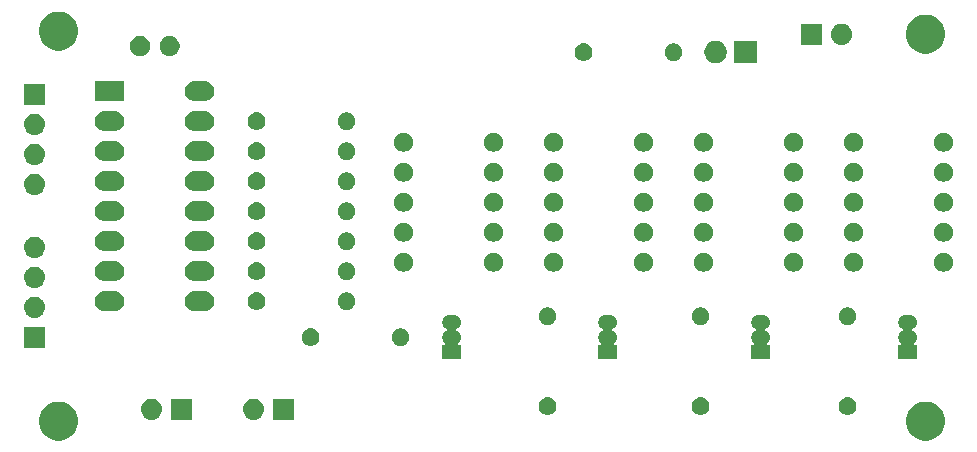
<source format=gbr>
G04 #@! TF.GenerationSoftware,KiCad,Pcbnew,(5.1.4-0-10_14)*
G04 #@! TF.CreationDate,2021-02-01T23:42:12+01:00*
G04 #@! TF.ProjectId,Display7447,44697370-6c61-4793-9734-34372e6b6963,rev?*
G04 #@! TF.SameCoordinates,Original*
G04 #@! TF.FileFunction,Soldermask,Top*
G04 #@! TF.FilePolarity,Negative*
%FSLAX46Y46*%
G04 Gerber Fmt 4.6, Leading zero omitted, Abs format (unit mm)*
G04 Created by KiCad (PCBNEW (5.1.4-0-10_14)) date 2021-02-01 23:42:12*
%MOMM*%
%LPD*%
G04 APERTURE LIST*
%ADD10C,0.100000*%
G04 APERTURE END LIST*
D10*
G36*
X157601256Y-53763298D02*
G01*
X157707579Y-53784447D01*
X158008042Y-53908903D01*
X158278451Y-54089585D01*
X158508415Y-54319549D01*
X158689097Y-54589958D01*
X158689098Y-54589960D01*
X158725550Y-54677963D01*
X158813553Y-54890421D01*
X158877000Y-55209391D01*
X158877000Y-55534609D01*
X158813553Y-55853579D01*
X158689097Y-56154042D01*
X158508415Y-56424451D01*
X158278451Y-56654415D01*
X158008042Y-56835097D01*
X157707579Y-56959553D01*
X157601256Y-56980702D01*
X157388611Y-57023000D01*
X157063389Y-57023000D01*
X156850744Y-56980702D01*
X156744421Y-56959553D01*
X156443958Y-56835097D01*
X156173549Y-56654415D01*
X155943585Y-56424451D01*
X155762903Y-56154042D01*
X155638447Y-55853579D01*
X155575000Y-55534609D01*
X155575000Y-55209391D01*
X155638447Y-54890421D01*
X155726450Y-54677963D01*
X155762902Y-54589960D01*
X155762903Y-54589958D01*
X155943585Y-54319549D01*
X156173549Y-54089585D01*
X156443958Y-53908903D01*
X156744421Y-53784447D01*
X156850744Y-53763298D01*
X157063389Y-53721000D01*
X157388611Y-53721000D01*
X157601256Y-53763298D01*
X157601256Y-53763298D01*
G37*
G36*
X84195256Y-53763298D02*
G01*
X84301579Y-53784447D01*
X84602042Y-53908903D01*
X84872451Y-54089585D01*
X85102415Y-54319549D01*
X85283097Y-54589958D01*
X85283098Y-54589960D01*
X85319550Y-54677963D01*
X85407553Y-54890421D01*
X85471000Y-55209391D01*
X85471000Y-55534609D01*
X85407553Y-55853579D01*
X85283097Y-56154042D01*
X85102415Y-56424451D01*
X84872451Y-56654415D01*
X84602042Y-56835097D01*
X84301579Y-56959553D01*
X84195256Y-56980702D01*
X83982611Y-57023000D01*
X83657389Y-57023000D01*
X83444744Y-56980702D01*
X83338421Y-56959553D01*
X83037958Y-56835097D01*
X82767549Y-56654415D01*
X82537585Y-56424451D01*
X82356903Y-56154042D01*
X82232447Y-55853579D01*
X82169000Y-55534609D01*
X82169000Y-55209391D01*
X82232447Y-54890421D01*
X82320450Y-54677963D01*
X82356902Y-54589960D01*
X82356903Y-54589958D01*
X82537585Y-54319549D01*
X82767549Y-54089585D01*
X83037958Y-53908903D01*
X83338421Y-53784447D01*
X83444744Y-53763298D01*
X83657389Y-53721000D01*
X83982611Y-53721000D01*
X84195256Y-53763298D01*
X84195256Y-53763298D01*
G37*
G36*
X95135000Y-55257000D02*
G01*
X93333000Y-55257000D01*
X93333000Y-53455000D01*
X95135000Y-53455000D01*
X95135000Y-55257000D01*
X95135000Y-55257000D01*
G37*
G36*
X91804442Y-53461518D02*
G01*
X91870627Y-53468037D01*
X92040466Y-53519557D01*
X92196991Y-53603222D01*
X92232729Y-53632552D01*
X92334186Y-53715814D01*
X92414117Y-53813212D01*
X92446778Y-53853009D01*
X92530443Y-54009534D01*
X92581963Y-54179373D01*
X92599359Y-54356000D01*
X92581963Y-54532627D01*
X92530443Y-54702466D01*
X92446778Y-54858991D01*
X92420984Y-54890421D01*
X92334186Y-54996186D01*
X92232729Y-55079448D01*
X92196991Y-55108778D01*
X92040466Y-55192443D01*
X91870627Y-55243963D01*
X91804442Y-55250482D01*
X91738260Y-55257000D01*
X91649740Y-55257000D01*
X91583558Y-55250482D01*
X91517373Y-55243963D01*
X91347534Y-55192443D01*
X91191009Y-55108778D01*
X91155271Y-55079448D01*
X91053814Y-54996186D01*
X90967016Y-54890421D01*
X90941222Y-54858991D01*
X90857557Y-54702466D01*
X90806037Y-54532627D01*
X90788641Y-54356000D01*
X90806037Y-54179373D01*
X90857557Y-54009534D01*
X90941222Y-53853009D01*
X90973883Y-53813212D01*
X91053814Y-53715814D01*
X91155271Y-53632552D01*
X91191009Y-53603222D01*
X91347534Y-53519557D01*
X91517373Y-53468037D01*
X91583558Y-53461518D01*
X91649740Y-53455000D01*
X91738260Y-53455000D01*
X91804442Y-53461518D01*
X91804442Y-53461518D01*
G37*
G36*
X103771000Y-55257000D02*
G01*
X101969000Y-55257000D01*
X101969000Y-53455000D01*
X103771000Y-53455000D01*
X103771000Y-55257000D01*
X103771000Y-55257000D01*
G37*
G36*
X100440442Y-53461518D02*
G01*
X100506627Y-53468037D01*
X100676466Y-53519557D01*
X100832991Y-53603222D01*
X100868729Y-53632552D01*
X100970186Y-53715814D01*
X101050117Y-53813212D01*
X101082778Y-53853009D01*
X101166443Y-54009534D01*
X101217963Y-54179373D01*
X101235359Y-54356000D01*
X101217963Y-54532627D01*
X101166443Y-54702466D01*
X101082778Y-54858991D01*
X101056984Y-54890421D01*
X100970186Y-54996186D01*
X100868729Y-55079448D01*
X100832991Y-55108778D01*
X100676466Y-55192443D01*
X100506627Y-55243963D01*
X100440442Y-55250482D01*
X100374260Y-55257000D01*
X100285740Y-55257000D01*
X100219558Y-55250482D01*
X100153373Y-55243963D01*
X99983534Y-55192443D01*
X99827009Y-55108778D01*
X99791271Y-55079448D01*
X99689814Y-54996186D01*
X99603016Y-54890421D01*
X99577222Y-54858991D01*
X99493557Y-54702466D01*
X99442037Y-54532627D01*
X99424641Y-54356000D01*
X99442037Y-54179373D01*
X99493557Y-54009534D01*
X99577222Y-53853009D01*
X99609883Y-53813212D01*
X99689814Y-53715814D01*
X99791271Y-53632552D01*
X99827009Y-53603222D01*
X99983534Y-53519557D01*
X100153373Y-53468037D01*
X100219558Y-53461518D01*
X100285740Y-53455000D01*
X100374260Y-53455000D01*
X100440442Y-53461518D01*
X100440442Y-53461518D01*
G37*
G36*
X125295665Y-53354622D02*
G01*
X125369222Y-53361867D01*
X125510786Y-53404810D01*
X125641252Y-53474546D01*
X125671040Y-53498992D01*
X125755607Y-53568393D01*
X125825008Y-53652960D01*
X125849454Y-53682748D01*
X125919190Y-53813214D01*
X125962133Y-53954778D01*
X125976633Y-54102000D01*
X125962133Y-54249222D01*
X125919190Y-54390786D01*
X125849454Y-54521252D01*
X125825008Y-54551040D01*
X125755607Y-54635607D01*
X125674137Y-54702466D01*
X125641252Y-54729454D01*
X125510786Y-54799190D01*
X125369222Y-54842133D01*
X125295665Y-54849378D01*
X125258888Y-54853000D01*
X125185112Y-54853000D01*
X125148335Y-54849378D01*
X125074778Y-54842133D01*
X124933214Y-54799190D01*
X124802748Y-54729454D01*
X124769863Y-54702466D01*
X124688393Y-54635607D01*
X124618992Y-54551040D01*
X124594546Y-54521252D01*
X124524810Y-54390786D01*
X124481867Y-54249222D01*
X124467367Y-54102000D01*
X124481867Y-53954778D01*
X124524810Y-53813214D01*
X124594546Y-53682748D01*
X124618992Y-53652960D01*
X124688393Y-53568393D01*
X124772960Y-53498992D01*
X124802748Y-53474546D01*
X124933214Y-53404810D01*
X125074778Y-53361867D01*
X125148335Y-53354622D01*
X125185112Y-53351000D01*
X125258888Y-53351000D01*
X125295665Y-53354622D01*
X125295665Y-53354622D01*
G37*
G36*
X150695665Y-53354622D02*
G01*
X150769222Y-53361867D01*
X150910786Y-53404810D01*
X151041252Y-53474546D01*
X151071040Y-53498992D01*
X151155607Y-53568393D01*
X151225008Y-53652960D01*
X151249454Y-53682748D01*
X151319190Y-53813214D01*
X151362133Y-53954778D01*
X151376633Y-54102000D01*
X151362133Y-54249222D01*
X151319190Y-54390786D01*
X151249454Y-54521252D01*
X151225008Y-54551040D01*
X151155607Y-54635607D01*
X151074137Y-54702466D01*
X151041252Y-54729454D01*
X150910786Y-54799190D01*
X150769222Y-54842133D01*
X150695665Y-54849378D01*
X150658888Y-54853000D01*
X150585112Y-54853000D01*
X150548335Y-54849378D01*
X150474778Y-54842133D01*
X150333214Y-54799190D01*
X150202748Y-54729454D01*
X150169863Y-54702466D01*
X150088393Y-54635607D01*
X150018992Y-54551040D01*
X149994546Y-54521252D01*
X149924810Y-54390786D01*
X149881867Y-54249222D01*
X149867367Y-54102000D01*
X149881867Y-53954778D01*
X149924810Y-53813214D01*
X149994546Y-53682748D01*
X150018992Y-53652960D01*
X150088393Y-53568393D01*
X150172960Y-53498992D01*
X150202748Y-53474546D01*
X150333214Y-53404810D01*
X150474778Y-53361867D01*
X150548335Y-53354622D01*
X150585112Y-53351000D01*
X150658888Y-53351000D01*
X150695665Y-53354622D01*
X150695665Y-53354622D01*
G37*
G36*
X138249665Y-53354622D02*
G01*
X138323222Y-53361867D01*
X138464786Y-53404810D01*
X138595252Y-53474546D01*
X138625040Y-53498992D01*
X138709607Y-53568393D01*
X138779008Y-53652960D01*
X138803454Y-53682748D01*
X138873190Y-53813214D01*
X138916133Y-53954778D01*
X138930633Y-54102000D01*
X138916133Y-54249222D01*
X138873190Y-54390786D01*
X138803454Y-54521252D01*
X138779008Y-54551040D01*
X138709607Y-54635607D01*
X138628137Y-54702466D01*
X138595252Y-54729454D01*
X138464786Y-54799190D01*
X138323222Y-54842133D01*
X138249665Y-54849378D01*
X138212888Y-54853000D01*
X138139112Y-54853000D01*
X138102335Y-54849378D01*
X138028778Y-54842133D01*
X137887214Y-54799190D01*
X137756748Y-54729454D01*
X137723863Y-54702466D01*
X137642393Y-54635607D01*
X137572992Y-54551040D01*
X137548546Y-54521252D01*
X137478810Y-54390786D01*
X137435867Y-54249222D01*
X137421367Y-54102000D01*
X137435867Y-53954778D01*
X137478810Y-53813214D01*
X137548546Y-53682748D01*
X137572992Y-53652960D01*
X137642393Y-53568393D01*
X137726960Y-53498992D01*
X137756748Y-53474546D01*
X137887214Y-53404810D01*
X138028778Y-53361867D01*
X138102335Y-53354622D01*
X138139112Y-53351000D01*
X138212888Y-53351000D01*
X138249665Y-53354622D01*
X138249665Y-53354622D01*
G37*
G36*
X156039916Y-46422334D02*
G01*
X156148492Y-46455271D01*
X156148495Y-46455272D01*
X156181246Y-46472778D01*
X156248557Y-46508756D01*
X156336264Y-46580736D01*
X156408244Y-46668443D01*
X156425677Y-46701059D01*
X156461728Y-46768505D01*
X156461729Y-46768508D01*
X156494666Y-46877084D01*
X156505787Y-46990000D01*
X156494666Y-47102916D01*
X156463959Y-47204140D01*
X156461728Y-47211495D01*
X156450233Y-47233000D01*
X156408244Y-47311557D01*
X156336264Y-47399264D01*
X156248557Y-47471244D01*
X156177919Y-47509000D01*
X156167141Y-47514761D01*
X156146766Y-47528375D01*
X156129439Y-47545702D01*
X156115826Y-47566076D01*
X156106448Y-47588715D01*
X156101668Y-47612748D01*
X156101668Y-47637252D01*
X156106448Y-47661285D01*
X156115826Y-47683924D01*
X156129440Y-47704299D01*
X156146767Y-47721626D01*
X156167141Y-47735239D01*
X156248557Y-47778756D01*
X156336264Y-47850736D01*
X156408244Y-47938443D01*
X156425759Y-47971212D01*
X156461728Y-48038505D01*
X156461729Y-48038508D01*
X156494666Y-48147084D01*
X156505787Y-48260000D01*
X156494666Y-48372916D01*
X156462467Y-48479059D01*
X156461728Y-48481495D01*
X156442429Y-48517601D01*
X156408244Y-48581557D01*
X156336264Y-48669264D01*
X156259354Y-48732383D01*
X156242035Y-48749702D01*
X156228421Y-48770077D01*
X156219043Y-48792716D01*
X156214263Y-48816749D01*
X156214263Y-48841253D01*
X156219043Y-48865286D01*
X156228421Y-48887925D01*
X156242034Y-48908299D01*
X156259361Y-48925626D01*
X156279736Y-48939240D01*
X156302375Y-48948618D01*
X156326408Y-48953398D01*
X156338660Y-48954000D01*
X156503000Y-48954000D01*
X156503000Y-50106000D01*
X154901000Y-50106000D01*
X154901000Y-48954000D01*
X155065340Y-48954000D01*
X155089726Y-48951598D01*
X155113175Y-48944485D01*
X155134786Y-48932934D01*
X155153728Y-48917389D01*
X155169273Y-48898447D01*
X155180824Y-48876836D01*
X155187937Y-48853387D01*
X155190339Y-48829001D01*
X155187937Y-48804615D01*
X155180824Y-48781166D01*
X155169273Y-48759555D01*
X155153728Y-48740613D01*
X155144655Y-48732391D01*
X155067736Y-48669264D01*
X154995756Y-48581557D01*
X154961571Y-48517601D01*
X154942272Y-48481495D01*
X154941533Y-48479059D01*
X154909334Y-48372916D01*
X154898213Y-48260000D01*
X154909334Y-48147084D01*
X154942271Y-48038508D01*
X154942272Y-48038505D01*
X154978241Y-47971212D01*
X154995756Y-47938443D01*
X155067736Y-47850736D01*
X155155443Y-47778756D01*
X155236859Y-47735239D01*
X155257234Y-47721625D01*
X155274561Y-47704298D01*
X155288174Y-47683924D01*
X155297552Y-47661285D01*
X155302332Y-47637252D01*
X155302332Y-47612748D01*
X155297552Y-47588715D01*
X155288174Y-47566076D01*
X155274560Y-47545701D01*
X155257233Y-47528374D01*
X155236859Y-47514761D01*
X155226081Y-47509000D01*
X155155443Y-47471244D01*
X155067736Y-47399264D01*
X154995756Y-47311557D01*
X154953767Y-47233000D01*
X154942272Y-47211495D01*
X154940041Y-47204140D01*
X154909334Y-47102916D01*
X154898213Y-46990000D01*
X154909334Y-46877084D01*
X154942271Y-46768508D01*
X154942272Y-46768505D01*
X154978323Y-46701059D01*
X154995756Y-46668443D01*
X155067736Y-46580736D01*
X155155443Y-46508756D01*
X155222754Y-46472778D01*
X155255505Y-46455272D01*
X155255508Y-46455271D01*
X155364084Y-46422334D01*
X155448702Y-46414000D01*
X155955298Y-46414000D01*
X156039916Y-46422334D01*
X156039916Y-46422334D01*
G37*
G36*
X143593916Y-46422334D02*
G01*
X143702492Y-46455271D01*
X143702495Y-46455272D01*
X143735246Y-46472778D01*
X143802557Y-46508756D01*
X143890264Y-46580736D01*
X143962244Y-46668443D01*
X143979677Y-46701059D01*
X144015728Y-46768505D01*
X144015729Y-46768508D01*
X144048666Y-46877084D01*
X144059787Y-46990000D01*
X144048666Y-47102916D01*
X144017959Y-47204140D01*
X144015728Y-47211495D01*
X144004233Y-47233000D01*
X143962244Y-47311557D01*
X143890264Y-47399264D01*
X143802557Y-47471244D01*
X143731919Y-47509000D01*
X143721141Y-47514761D01*
X143700766Y-47528375D01*
X143683439Y-47545702D01*
X143669826Y-47566076D01*
X143660448Y-47588715D01*
X143655668Y-47612748D01*
X143655668Y-47637252D01*
X143660448Y-47661285D01*
X143669826Y-47683924D01*
X143683440Y-47704299D01*
X143700767Y-47721626D01*
X143721141Y-47735239D01*
X143802557Y-47778756D01*
X143890264Y-47850736D01*
X143962244Y-47938443D01*
X143979759Y-47971212D01*
X144015728Y-48038505D01*
X144015729Y-48038508D01*
X144048666Y-48147084D01*
X144059787Y-48260000D01*
X144048666Y-48372916D01*
X144016467Y-48479059D01*
X144015728Y-48481495D01*
X143996429Y-48517601D01*
X143962244Y-48581557D01*
X143890264Y-48669264D01*
X143813354Y-48732383D01*
X143796035Y-48749702D01*
X143782421Y-48770077D01*
X143773043Y-48792716D01*
X143768263Y-48816749D01*
X143768263Y-48841253D01*
X143773043Y-48865286D01*
X143782421Y-48887925D01*
X143796034Y-48908299D01*
X143813361Y-48925626D01*
X143833736Y-48939240D01*
X143856375Y-48948618D01*
X143880408Y-48953398D01*
X143892660Y-48954000D01*
X144057000Y-48954000D01*
X144057000Y-50106000D01*
X142455000Y-50106000D01*
X142455000Y-48954000D01*
X142619340Y-48954000D01*
X142643726Y-48951598D01*
X142667175Y-48944485D01*
X142688786Y-48932934D01*
X142707728Y-48917389D01*
X142723273Y-48898447D01*
X142734824Y-48876836D01*
X142741937Y-48853387D01*
X142744339Y-48829001D01*
X142741937Y-48804615D01*
X142734824Y-48781166D01*
X142723273Y-48759555D01*
X142707728Y-48740613D01*
X142698655Y-48732391D01*
X142621736Y-48669264D01*
X142549756Y-48581557D01*
X142515571Y-48517601D01*
X142496272Y-48481495D01*
X142495533Y-48479059D01*
X142463334Y-48372916D01*
X142452213Y-48260000D01*
X142463334Y-48147084D01*
X142496271Y-48038508D01*
X142496272Y-48038505D01*
X142532241Y-47971212D01*
X142549756Y-47938443D01*
X142621736Y-47850736D01*
X142709443Y-47778756D01*
X142790859Y-47735239D01*
X142811234Y-47721625D01*
X142828561Y-47704298D01*
X142842174Y-47683924D01*
X142851552Y-47661285D01*
X142856332Y-47637252D01*
X142856332Y-47612748D01*
X142851552Y-47588715D01*
X142842174Y-47566076D01*
X142828560Y-47545701D01*
X142811233Y-47528374D01*
X142790859Y-47514761D01*
X142780081Y-47509000D01*
X142709443Y-47471244D01*
X142621736Y-47399264D01*
X142549756Y-47311557D01*
X142507767Y-47233000D01*
X142496272Y-47211495D01*
X142494041Y-47204140D01*
X142463334Y-47102916D01*
X142452213Y-46990000D01*
X142463334Y-46877084D01*
X142496271Y-46768508D01*
X142496272Y-46768505D01*
X142532323Y-46701059D01*
X142549756Y-46668443D01*
X142621736Y-46580736D01*
X142709443Y-46508756D01*
X142776754Y-46472778D01*
X142809505Y-46455272D01*
X142809508Y-46455271D01*
X142918084Y-46422334D01*
X143002702Y-46414000D01*
X143509298Y-46414000D01*
X143593916Y-46422334D01*
X143593916Y-46422334D01*
G37*
G36*
X117431916Y-46422334D02*
G01*
X117540492Y-46455271D01*
X117540495Y-46455272D01*
X117573246Y-46472778D01*
X117640557Y-46508756D01*
X117728264Y-46580736D01*
X117800244Y-46668443D01*
X117817677Y-46701059D01*
X117853728Y-46768505D01*
X117853729Y-46768508D01*
X117886666Y-46877084D01*
X117897787Y-46990000D01*
X117886666Y-47102916D01*
X117855959Y-47204140D01*
X117853728Y-47211495D01*
X117842233Y-47233000D01*
X117800244Y-47311557D01*
X117728264Y-47399264D01*
X117640557Y-47471244D01*
X117569919Y-47509000D01*
X117559141Y-47514761D01*
X117538766Y-47528375D01*
X117521439Y-47545702D01*
X117507826Y-47566076D01*
X117498448Y-47588715D01*
X117493668Y-47612748D01*
X117493668Y-47637252D01*
X117498448Y-47661285D01*
X117507826Y-47683924D01*
X117521440Y-47704299D01*
X117538767Y-47721626D01*
X117559141Y-47735239D01*
X117640557Y-47778756D01*
X117728264Y-47850736D01*
X117800244Y-47938443D01*
X117817759Y-47971212D01*
X117853728Y-48038505D01*
X117853729Y-48038508D01*
X117886666Y-48147084D01*
X117897787Y-48260000D01*
X117886666Y-48372916D01*
X117854467Y-48479059D01*
X117853728Y-48481495D01*
X117834429Y-48517601D01*
X117800244Y-48581557D01*
X117728264Y-48669264D01*
X117651354Y-48732383D01*
X117634035Y-48749702D01*
X117620421Y-48770077D01*
X117611043Y-48792716D01*
X117606263Y-48816749D01*
X117606263Y-48841253D01*
X117611043Y-48865286D01*
X117620421Y-48887925D01*
X117634034Y-48908299D01*
X117651361Y-48925626D01*
X117671736Y-48939240D01*
X117694375Y-48948618D01*
X117718408Y-48953398D01*
X117730660Y-48954000D01*
X117895000Y-48954000D01*
X117895000Y-50106000D01*
X116293000Y-50106000D01*
X116293000Y-48954000D01*
X116457340Y-48954000D01*
X116481726Y-48951598D01*
X116505175Y-48944485D01*
X116526786Y-48932934D01*
X116545728Y-48917389D01*
X116561273Y-48898447D01*
X116572824Y-48876836D01*
X116579937Y-48853387D01*
X116582339Y-48829001D01*
X116579937Y-48804615D01*
X116572824Y-48781166D01*
X116561273Y-48759555D01*
X116545728Y-48740613D01*
X116536655Y-48732391D01*
X116459736Y-48669264D01*
X116387756Y-48581557D01*
X116353571Y-48517601D01*
X116334272Y-48481495D01*
X116333533Y-48479059D01*
X116301334Y-48372916D01*
X116290213Y-48260000D01*
X116301334Y-48147084D01*
X116334271Y-48038508D01*
X116334272Y-48038505D01*
X116370241Y-47971212D01*
X116387756Y-47938443D01*
X116459736Y-47850736D01*
X116547443Y-47778756D01*
X116628859Y-47735239D01*
X116649234Y-47721625D01*
X116666561Y-47704298D01*
X116680174Y-47683924D01*
X116689552Y-47661285D01*
X116694332Y-47637252D01*
X116694332Y-47612748D01*
X116689552Y-47588715D01*
X116680174Y-47566076D01*
X116666560Y-47545701D01*
X116649233Y-47528374D01*
X116628859Y-47514761D01*
X116618081Y-47509000D01*
X116547443Y-47471244D01*
X116459736Y-47399264D01*
X116387756Y-47311557D01*
X116345767Y-47233000D01*
X116334272Y-47211495D01*
X116332041Y-47204140D01*
X116301334Y-47102916D01*
X116290213Y-46990000D01*
X116301334Y-46877084D01*
X116334271Y-46768508D01*
X116334272Y-46768505D01*
X116370323Y-46701059D01*
X116387756Y-46668443D01*
X116459736Y-46580736D01*
X116547443Y-46508756D01*
X116614754Y-46472778D01*
X116647505Y-46455272D01*
X116647508Y-46455271D01*
X116756084Y-46422334D01*
X116840702Y-46414000D01*
X117347298Y-46414000D01*
X117431916Y-46422334D01*
X117431916Y-46422334D01*
G37*
G36*
X130639916Y-46422334D02*
G01*
X130748492Y-46455271D01*
X130748495Y-46455272D01*
X130781246Y-46472778D01*
X130848557Y-46508756D01*
X130936264Y-46580736D01*
X131008244Y-46668443D01*
X131025677Y-46701059D01*
X131061728Y-46768505D01*
X131061729Y-46768508D01*
X131094666Y-46877084D01*
X131105787Y-46990000D01*
X131094666Y-47102916D01*
X131063959Y-47204140D01*
X131061728Y-47211495D01*
X131050233Y-47233000D01*
X131008244Y-47311557D01*
X130936264Y-47399264D01*
X130848557Y-47471244D01*
X130777919Y-47509000D01*
X130767141Y-47514761D01*
X130746766Y-47528375D01*
X130729439Y-47545702D01*
X130715826Y-47566076D01*
X130706448Y-47588715D01*
X130701668Y-47612748D01*
X130701668Y-47637252D01*
X130706448Y-47661285D01*
X130715826Y-47683924D01*
X130729440Y-47704299D01*
X130746767Y-47721626D01*
X130767141Y-47735239D01*
X130848557Y-47778756D01*
X130936264Y-47850736D01*
X131008244Y-47938443D01*
X131025759Y-47971212D01*
X131061728Y-48038505D01*
X131061729Y-48038508D01*
X131094666Y-48147084D01*
X131105787Y-48260000D01*
X131094666Y-48372916D01*
X131062467Y-48479059D01*
X131061728Y-48481495D01*
X131042429Y-48517601D01*
X131008244Y-48581557D01*
X130936264Y-48669264D01*
X130859354Y-48732383D01*
X130842035Y-48749702D01*
X130828421Y-48770077D01*
X130819043Y-48792716D01*
X130814263Y-48816749D01*
X130814263Y-48841253D01*
X130819043Y-48865286D01*
X130828421Y-48887925D01*
X130842034Y-48908299D01*
X130859361Y-48925626D01*
X130879736Y-48939240D01*
X130902375Y-48948618D01*
X130926408Y-48953398D01*
X130938660Y-48954000D01*
X131103000Y-48954000D01*
X131103000Y-50106000D01*
X129501000Y-50106000D01*
X129501000Y-48954000D01*
X129665340Y-48954000D01*
X129689726Y-48951598D01*
X129713175Y-48944485D01*
X129734786Y-48932934D01*
X129753728Y-48917389D01*
X129769273Y-48898447D01*
X129780824Y-48876836D01*
X129787937Y-48853387D01*
X129790339Y-48829001D01*
X129787937Y-48804615D01*
X129780824Y-48781166D01*
X129769273Y-48759555D01*
X129753728Y-48740613D01*
X129744655Y-48732391D01*
X129667736Y-48669264D01*
X129595756Y-48581557D01*
X129561571Y-48517601D01*
X129542272Y-48481495D01*
X129541533Y-48479059D01*
X129509334Y-48372916D01*
X129498213Y-48260000D01*
X129509334Y-48147084D01*
X129542271Y-48038508D01*
X129542272Y-48038505D01*
X129578241Y-47971212D01*
X129595756Y-47938443D01*
X129667736Y-47850736D01*
X129755443Y-47778756D01*
X129836859Y-47735239D01*
X129857234Y-47721625D01*
X129874561Y-47704298D01*
X129888174Y-47683924D01*
X129897552Y-47661285D01*
X129902332Y-47637252D01*
X129902332Y-47612748D01*
X129897552Y-47588715D01*
X129888174Y-47566076D01*
X129874560Y-47545701D01*
X129857233Y-47528374D01*
X129836859Y-47514761D01*
X129826081Y-47509000D01*
X129755443Y-47471244D01*
X129667736Y-47399264D01*
X129595756Y-47311557D01*
X129553767Y-47233000D01*
X129542272Y-47211495D01*
X129540041Y-47204140D01*
X129509334Y-47102916D01*
X129498213Y-46990000D01*
X129509334Y-46877084D01*
X129542271Y-46768508D01*
X129542272Y-46768505D01*
X129578323Y-46701059D01*
X129595756Y-46668443D01*
X129667736Y-46580736D01*
X129755443Y-46508756D01*
X129822754Y-46472778D01*
X129855505Y-46455272D01*
X129855508Y-46455271D01*
X129964084Y-46422334D01*
X130048702Y-46414000D01*
X130555298Y-46414000D01*
X130639916Y-46422334D01*
X130639916Y-46422334D01*
G37*
G36*
X82689000Y-49161000D02*
G01*
X80887000Y-49161000D01*
X80887000Y-47359000D01*
X82689000Y-47359000D01*
X82689000Y-49161000D01*
X82689000Y-49161000D01*
G37*
G36*
X112995059Y-47537860D02*
G01*
X113117834Y-47588715D01*
X113131732Y-47594472D01*
X113254735Y-47676660D01*
X113359340Y-47781265D01*
X113441528Y-47904268D01*
X113498140Y-48040941D01*
X113527000Y-48186033D01*
X113527000Y-48333967D01*
X113498140Y-48479059D01*
X113441528Y-48615732D01*
X113359340Y-48738735D01*
X113254735Y-48843340D01*
X113131732Y-48925528D01*
X113131731Y-48925529D01*
X113131730Y-48925529D01*
X112995059Y-48982140D01*
X112849968Y-49011000D01*
X112702032Y-49011000D01*
X112556941Y-48982140D01*
X112420270Y-48925529D01*
X112420269Y-48925529D01*
X112420268Y-48925528D01*
X112297265Y-48843340D01*
X112192660Y-48738735D01*
X112110472Y-48615732D01*
X112053860Y-48479059D01*
X112025000Y-48333967D01*
X112025000Y-48186033D01*
X112053860Y-48040941D01*
X112110472Y-47904268D01*
X112192660Y-47781265D01*
X112297265Y-47676660D01*
X112420268Y-47594472D01*
X112434167Y-47588715D01*
X112556941Y-47537860D01*
X112702032Y-47509000D01*
X112849968Y-47509000D01*
X112995059Y-47537860D01*
X112995059Y-47537860D01*
G37*
G36*
X105229665Y-47512622D02*
G01*
X105303222Y-47519867D01*
X105444786Y-47562810D01*
X105575252Y-47632546D01*
X105580986Y-47637252D01*
X105689607Y-47726393D01*
X105759008Y-47810960D01*
X105783454Y-47840748D01*
X105783455Y-47840750D01*
X105835675Y-47938445D01*
X105853190Y-47971214D01*
X105896133Y-48112778D01*
X105910633Y-48260000D01*
X105896133Y-48407222D01*
X105853190Y-48548786D01*
X105853189Y-48548788D01*
X105835673Y-48581557D01*
X105783454Y-48679252D01*
X105759008Y-48709040D01*
X105689607Y-48793607D01*
X105629004Y-48843341D01*
X105575252Y-48887454D01*
X105575250Y-48887455D01*
X105490166Y-48932934D01*
X105444786Y-48957190D01*
X105303222Y-49000133D01*
X105229665Y-49007378D01*
X105192888Y-49011000D01*
X105119112Y-49011000D01*
X105082335Y-49007378D01*
X105008778Y-49000133D01*
X104867214Y-48957190D01*
X104821835Y-48932934D01*
X104736750Y-48887455D01*
X104736748Y-48887454D01*
X104682996Y-48843341D01*
X104622393Y-48793607D01*
X104552992Y-48709040D01*
X104528546Y-48679252D01*
X104476327Y-48581557D01*
X104458811Y-48548788D01*
X104458810Y-48548786D01*
X104415867Y-48407222D01*
X104401367Y-48260000D01*
X104415867Y-48112778D01*
X104458810Y-47971214D01*
X104476326Y-47938445D01*
X104528545Y-47840750D01*
X104528546Y-47840748D01*
X104552992Y-47810960D01*
X104622393Y-47726393D01*
X104731014Y-47637252D01*
X104736748Y-47632546D01*
X104867214Y-47562810D01*
X105008778Y-47519867D01*
X105082335Y-47512622D01*
X105119112Y-47509000D01*
X105192888Y-47509000D01*
X105229665Y-47512622D01*
X105229665Y-47512622D01*
G37*
G36*
X138395059Y-45759860D02*
G01*
X138480718Y-45795341D01*
X138531732Y-45816472D01*
X138654735Y-45898660D01*
X138759340Y-46003265D01*
X138801571Y-46066468D01*
X138841529Y-46126270D01*
X138898140Y-46262941D01*
X138927000Y-46408032D01*
X138927000Y-46555968D01*
X138904628Y-46668443D01*
X138898140Y-46701059D01*
X138841528Y-46837732D01*
X138759340Y-46960735D01*
X138654735Y-47065340D01*
X138531732Y-47147528D01*
X138531731Y-47147529D01*
X138531730Y-47147529D01*
X138395059Y-47204140D01*
X138249968Y-47233000D01*
X138102032Y-47233000D01*
X137956941Y-47204140D01*
X137820270Y-47147529D01*
X137820269Y-47147529D01*
X137820268Y-47147528D01*
X137697265Y-47065340D01*
X137592660Y-46960735D01*
X137510472Y-46837732D01*
X137453860Y-46701059D01*
X137447372Y-46668443D01*
X137425000Y-46555968D01*
X137425000Y-46408032D01*
X137453860Y-46262941D01*
X137510471Y-46126270D01*
X137550429Y-46066468D01*
X137592660Y-46003265D01*
X137697265Y-45898660D01*
X137820268Y-45816472D01*
X137871283Y-45795341D01*
X137956941Y-45759860D01*
X138102032Y-45731000D01*
X138249968Y-45731000D01*
X138395059Y-45759860D01*
X138395059Y-45759860D01*
G37*
G36*
X125441059Y-45759860D02*
G01*
X125526718Y-45795341D01*
X125577732Y-45816472D01*
X125700735Y-45898660D01*
X125805340Y-46003265D01*
X125847571Y-46066468D01*
X125887529Y-46126270D01*
X125944140Y-46262941D01*
X125973000Y-46408032D01*
X125973000Y-46555968D01*
X125950628Y-46668443D01*
X125944140Y-46701059D01*
X125887528Y-46837732D01*
X125805340Y-46960735D01*
X125700735Y-47065340D01*
X125577732Y-47147528D01*
X125577731Y-47147529D01*
X125577730Y-47147529D01*
X125441059Y-47204140D01*
X125295968Y-47233000D01*
X125148032Y-47233000D01*
X125002941Y-47204140D01*
X124866270Y-47147529D01*
X124866269Y-47147529D01*
X124866268Y-47147528D01*
X124743265Y-47065340D01*
X124638660Y-46960735D01*
X124556472Y-46837732D01*
X124499860Y-46701059D01*
X124493372Y-46668443D01*
X124471000Y-46555968D01*
X124471000Y-46408032D01*
X124499860Y-46262941D01*
X124556471Y-46126270D01*
X124596429Y-46066468D01*
X124638660Y-46003265D01*
X124743265Y-45898660D01*
X124866268Y-45816472D01*
X124917283Y-45795341D01*
X125002941Y-45759860D01*
X125148032Y-45731000D01*
X125295968Y-45731000D01*
X125441059Y-45759860D01*
X125441059Y-45759860D01*
G37*
G36*
X150841059Y-45759860D02*
G01*
X150926718Y-45795341D01*
X150977732Y-45816472D01*
X151100735Y-45898660D01*
X151205340Y-46003265D01*
X151247571Y-46066468D01*
X151287529Y-46126270D01*
X151344140Y-46262941D01*
X151373000Y-46408032D01*
X151373000Y-46555968D01*
X151350628Y-46668443D01*
X151344140Y-46701059D01*
X151287528Y-46837732D01*
X151205340Y-46960735D01*
X151100735Y-47065340D01*
X150977732Y-47147528D01*
X150977731Y-47147529D01*
X150977730Y-47147529D01*
X150841059Y-47204140D01*
X150695968Y-47233000D01*
X150548032Y-47233000D01*
X150402941Y-47204140D01*
X150266270Y-47147529D01*
X150266269Y-47147529D01*
X150266268Y-47147528D01*
X150143265Y-47065340D01*
X150038660Y-46960735D01*
X149956472Y-46837732D01*
X149899860Y-46701059D01*
X149893372Y-46668443D01*
X149871000Y-46555968D01*
X149871000Y-46408032D01*
X149899860Y-46262941D01*
X149956471Y-46126270D01*
X149996429Y-46066468D01*
X150038660Y-46003265D01*
X150143265Y-45898660D01*
X150266268Y-45816472D01*
X150317283Y-45795341D01*
X150402941Y-45759860D01*
X150548032Y-45731000D01*
X150695968Y-45731000D01*
X150841059Y-45759860D01*
X150841059Y-45759860D01*
G37*
G36*
X81898442Y-44825518D02*
G01*
X81964627Y-44832037D01*
X82134466Y-44883557D01*
X82290991Y-44967222D01*
X82322329Y-44992941D01*
X82428186Y-45079814D01*
X82475964Y-45138033D01*
X82540778Y-45217009D01*
X82624443Y-45373534D01*
X82675963Y-45543373D01*
X82693359Y-45720000D01*
X82675963Y-45896627D01*
X82624443Y-46066466D01*
X82540778Y-46222991D01*
X82511448Y-46258729D01*
X82428186Y-46360186D01*
X82362612Y-46414000D01*
X82290991Y-46472778D01*
X82134466Y-46556443D01*
X81964627Y-46607963D01*
X81898443Y-46614481D01*
X81832260Y-46621000D01*
X81743740Y-46621000D01*
X81677558Y-46614482D01*
X81611373Y-46607963D01*
X81441534Y-46556443D01*
X81285009Y-46472778D01*
X81213388Y-46414000D01*
X81147814Y-46360186D01*
X81064552Y-46258729D01*
X81035222Y-46222991D01*
X80951557Y-46066466D01*
X80900037Y-45896627D01*
X80882641Y-45720000D01*
X80900037Y-45543373D01*
X80951557Y-45373534D01*
X81035222Y-45217009D01*
X81100036Y-45138033D01*
X81147814Y-45079814D01*
X81253671Y-44992941D01*
X81285009Y-44967222D01*
X81441534Y-44883557D01*
X81611373Y-44832037D01*
X81677558Y-44825518D01*
X81743740Y-44819000D01*
X81832260Y-44819000D01*
X81898442Y-44825518D01*
X81898442Y-44825518D01*
G37*
G36*
X96324823Y-44373313D02*
G01*
X96485242Y-44421976D01*
X96578581Y-44471867D01*
X96633078Y-44500996D01*
X96762659Y-44607341D01*
X96869004Y-44736922D01*
X96869005Y-44736924D01*
X96948024Y-44884758D01*
X96996687Y-45045177D01*
X97013117Y-45212000D01*
X96996687Y-45378823D01*
X96948024Y-45539242D01*
X96877114Y-45671906D01*
X96869004Y-45687078D01*
X96762659Y-45816659D01*
X96633078Y-45923004D01*
X96633076Y-45923005D01*
X96485242Y-46002024D01*
X96485239Y-46002025D01*
X96455380Y-46011083D01*
X96324823Y-46050687D01*
X96199804Y-46063000D01*
X95316196Y-46063000D01*
X95191177Y-46050687D01*
X95060620Y-46011083D01*
X95030761Y-46002025D01*
X95030758Y-46002024D01*
X94882924Y-45923005D01*
X94882922Y-45923004D01*
X94753341Y-45816659D01*
X94646996Y-45687078D01*
X94638886Y-45671906D01*
X94567976Y-45539242D01*
X94519313Y-45378823D01*
X94502883Y-45212000D01*
X94519313Y-45045177D01*
X94567976Y-44884758D01*
X94646995Y-44736924D01*
X94646996Y-44736922D01*
X94753341Y-44607341D01*
X94882922Y-44500996D01*
X94937419Y-44471867D01*
X95030758Y-44421976D01*
X95191177Y-44373313D01*
X95316196Y-44361000D01*
X96199804Y-44361000D01*
X96324823Y-44373313D01*
X96324823Y-44373313D01*
G37*
G36*
X88704823Y-44373313D02*
G01*
X88865242Y-44421976D01*
X88958581Y-44471867D01*
X89013078Y-44500996D01*
X89142659Y-44607341D01*
X89249004Y-44736922D01*
X89249005Y-44736924D01*
X89328024Y-44884758D01*
X89376687Y-45045177D01*
X89393117Y-45212000D01*
X89376687Y-45378823D01*
X89328024Y-45539242D01*
X89257114Y-45671906D01*
X89249004Y-45687078D01*
X89142659Y-45816659D01*
X89013078Y-45923004D01*
X89013076Y-45923005D01*
X88865242Y-46002024D01*
X88865239Y-46002025D01*
X88835380Y-46011083D01*
X88704823Y-46050687D01*
X88579804Y-46063000D01*
X87696196Y-46063000D01*
X87571177Y-46050687D01*
X87440620Y-46011083D01*
X87410761Y-46002025D01*
X87410758Y-46002024D01*
X87262924Y-45923005D01*
X87262922Y-45923004D01*
X87133341Y-45816659D01*
X87026996Y-45687078D01*
X87018886Y-45671906D01*
X86947976Y-45539242D01*
X86899313Y-45378823D01*
X86882883Y-45212000D01*
X86899313Y-45045177D01*
X86947976Y-44884758D01*
X87026995Y-44736924D01*
X87026996Y-44736922D01*
X87133341Y-44607341D01*
X87262922Y-44500996D01*
X87317419Y-44471867D01*
X87410758Y-44421976D01*
X87571177Y-44373313D01*
X87696196Y-44361000D01*
X88579804Y-44361000D01*
X88704823Y-44373313D01*
X88704823Y-44373313D01*
G37*
G36*
X100657665Y-44464622D02*
G01*
X100731222Y-44471867D01*
X100872786Y-44514810D01*
X101003252Y-44584546D01*
X101031028Y-44607341D01*
X101117607Y-44678393D01*
X101187008Y-44762960D01*
X101211454Y-44792748D01*
X101281190Y-44923214D01*
X101324133Y-45064778D01*
X101338633Y-45212000D01*
X101324133Y-45359222D01*
X101281190Y-45500786D01*
X101211454Y-45631252D01*
X101187008Y-45661040D01*
X101117607Y-45745607D01*
X101057004Y-45795341D01*
X101003252Y-45839454D01*
X100872786Y-45909190D01*
X100731222Y-45952133D01*
X100657665Y-45959378D01*
X100620888Y-45963000D01*
X100547112Y-45963000D01*
X100510335Y-45959378D01*
X100436778Y-45952133D01*
X100295214Y-45909190D01*
X100164748Y-45839454D01*
X100110996Y-45795341D01*
X100050393Y-45745607D01*
X99980992Y-45661040D01*
X99956546Y-45631252D01*
X99886810Y-45500786D01*
X99843867Y-45359222D01*
X99829367Y-45212000D01*
X99843867Y-45064778D01*
X99886810Y-44923214D01*
X99956546Y-44792748D01*
X99980992Y-44762960D01*
X100050393Y-44678393D01*
X100136972Y-44607341D01*
X100164748Y-44584546D01*
X100295214Y-44514810D01*
X100436778Y-44471867D01*
X100510335Y-44464622D01*
X100547112Y-44461000D01*
X100620888Y-44461000D01*
X100657665Y-44464622D01*
X100657665Y-44464622D01*
G37*
G36*
X108423059Y-44489860D02*
G01*
X108483294Y-44514810D01*
X108559732Y-44546472D01*
X108682735Y-44628660D01*
X108787340Y-44733265D01*
X108869528Y-44856268D01*
X108926140Y-44992941D01*
X108955000Y-45138033D01*
X108955000Y-45285967D01*
X108926140Y-45431059D01*
X108869528Y-45567732D01*
X108787340Y-45690735D01*
X108682735Y-45795340D01*
X108559732Y-45877528D01*
X108559731Y-45877529D01*
X108559730Y-45877529D01*
X108423059Y-45934140D01*
X108277968Y-45963000D01*
X108130032Y-45963000D01*
X107984941Y-45934140D01*
X107848270Y-45877529D01*
X107848269Y-45877529D01*
X107848268Y-45877528D01*
X107725265Y-45795340D01*
X107620660Y-45690735D01*
X107538472Y-45567732D01*
X107481860Y-45431059D01*
X107453000Y-45285967D01*
X107453000Y-45138033D01*
X107481860Y-44992941D01*
X107538472Y-44856268D01*
X107620660Y-44733265D01*
X107725265Y-44628660D01*
X107848268Y-44546472D01*
X107924707Y-44514810D01*
X107984941Y-44489860D01*
X108130032Y-44461000D01*
X108277968Y-44461000D01*
X108423059Y-44489860D01*
X108423059Y-44489860D01*
G37*
G36*
X81898442Y-42285518D02*
G01*
X81964627Y-42292037D01*
X82134466Y-42343557D01*
X82290991Y-42427222D01*
X82322329Y-42452941D01*
X82428186Y-42539814D01*
X82475964Y-42598033D01*
X82540778Y-42677009D01*
X82624443Y-42833534D01*
X82675963Y-43003373D01*
X82693359Y-43180000D01*
X82675963Y-43356627D01*
X82624443Y-43526466D01*
X82540778Y-43682991D01*
X82511448Y-43718729D01*
X82428186Y-43820186D01*
X82326729Y-43903448D01*
X82290991Y-43932778D01*
X82134466Y-44016443D01*
X81964627Y-44067963D01*
X81898443Y-44074481D01*
X81832260Y-44081000D01*
X81743740Y-44081000D01*
X81677557Y-44074481D01*
X81611373Y-44067963D01*
X81441534Y-44016443D01*
X81285009Y-43932778D01*
X81249271Y-43903448D01*
X81147814Y-43820186D01*
X81064552Y-43718729D01*
X81035222Y-43682991D01*
X80951557Y-43526466D01*
X80900037Y-43356627D01*
X80882641Y-43180000D01*
X80900037Y-43003373D01*
X80951557Y-42833534D01*
X81035222Y-42677009D01*
X81100036Y-42598033D01*
X81147814Y-42539814D01*
X81253671Y-42452941D01*
X81285009Y-42427222D01*
X81441534Y-42343557D01*
X81611373Y-42292037D01*
X81677558Y-42285518D01*
X81743740Y-42279000D01*
X81832260Y-42279000D01*
X81898442Y-42285518D01*
X81898442Y-42285518D01*
G37*
G36*
X96324823Y-41833313D02*
G01*
X96485242Y-41881976D01*
X96578581Y-41931867D01*
X96633078Y-41960996D01*
X96762659Y-42067341D01*
X96869004Y-42196922D01*
X96869005Y-42196924D01*
X96948024Y-42344758D01*
X96996687Y-42505177D01*
X97013117Y-42672000D01*
X96996687Y-42838823D01*
X96948024Y-42999242D01*
X96877114Y-43131906D01*
X96869004Y-43147078D01*
X96762659Y-43276659D01*
X96633078Y-43383004D01*
X96633076Y-43383005D01*
X96485242Y-43462024D01*
X96324823Y-43510687D01*
X96199804Y-43523000D01*
X95316196Y-43523000D01*
X95191177Y-43510687D01*
X95030758Y-43462024D01*
X94882924Y-43383005D01*
X94882922Y-43383004D01*
X94753341Y-43276659D01*
X94646996Y-43147078D01*
X94638886Y-43131906D01*
X94567976Y-42999242D01*
X94519313Y-42838823D01*
X94502883Y-42672000D01*
X94519313Y-42505177D01*
X94567976Y-42344758D01*
X94646995Y-42196924D01*
X94646996Y-42196922D01*
X94753341Y-42067341D01*
X94882922Y-41960996D01*
X94937419Y-41931867D01*
X95030758Y-41881976D01*
X95191177Y-41833313D01*
X95316196Y-41821000D01*
X96199804Y-41821000D01*
X96324823Y-41833313D01*
X96324823Y-41833313D01*
G37*
G36*
X88704823Y-41833313D02*
G01*
X88865242Y-41881976D01*
X88958581Y-41931867D01*
X89013078Y-41960996D01*
X89142659Y-42067341D01*
X89249004Y-42196922D01*
X89249005Y-42196924D01*
X89328024Y-42344758D01*
X89376687Y-42505177D01*
X89393117Y-42672000D01*
X89376687Y-42838823D01*
X89328024Y-42999242D01*
X89257114Y-43131906D01*
X89249004Y-43147078D01*
X89142659Y-43276659D01*
X89013078Y-43383004D01*
X89013076Y-43383005D01*
X88865242Y-43462024D01*
X88704823Y-43510687D01*
X88579804Y-43523000D01*
X87696196Y-43523000D01*
X87571177Y-43510687D01*
X87410758Y-43462024D01*
X87262924Y-43383005D01*
X87262922Y-43383004D01*
X87133341Y-43276659D01*
X87026996Y-43147078D01*
X87018886Y-43131906D01*
X86947976Y-42999242D01*
X86899313Y-42838823D01*
X86882883Y-42672000D01*
X86899313Y-42505177D01*
X86947976Y-42344758D01*
X87026995Y-42196924D01*
X87026996Y-42196922D01*
X87133341Y-42067341D01*
X87262922Y-41960996D01*
X87317419Y-41931867D01*
X87410758Y-41881976D01*
X87571177Y-41833313D01*
X87696196Y-41821000D01*
X88579804Y-41821000D01*
X88704823Y-41833313D01*
X88704823Y-41833313D01*
G37*
G36*
X100657665Y-41924622D02*
G01*
X100731222Y-41931867D01*
X100872786Y-41974810D01*
X101003252Y-42044546D01*
X101031028Y-42067341D01*
X101117607Y-42138393D01*
X101187008Y-42222960D01*
X101211454Y-42252748D01*
X101281190Y-42383214D01*
X101324133Y-42524778D01*
X101338633Y-42672000D01*
X101324133Y-42819222D01*
X101281190Y-42960786D01*
X101211454Y-43091252D01*
X101187008Y-43121040D01*
X101117607Y-43205607D01*
X101057004Y-43255341D01*
X101003252Y-43299454D01*
X100872786Y-43369190D01*
X100731222Y-43412133D01*
X100657665Y-43419378D01*
X100620888Y-43423000D01*
X100547112Y-43423000D01*
X100510335Y-43419378D01*
X100436778Y-43412133D01*
X100295214Y-43369190D01*
X100164748Y-43299454D01*
X100110996Y-43255341D01*
X100050393Y-43205607D01*
X99980992Y-43121040D01*
X99956546Y-43091252D01*
X99886810Y-42960786D01*
X99843867Y-42819222D01*
X99829367Y-42672000D01*
X99843867Y-42524778D01*
X99886810Y-42383214D01*
X99956546Y-42252748D01*
X99980992Y-42222960D01*
X100050393Y-42138393D01*
X100136972Y-42067341D01*
X100164748Y-42044546D01*
X100295214Y-41974810D01*
X100436778Y-41931867D01*
X100510335Y-41924622D01*
X100547112Y-41921000D01*
X100620888Y-41921000D01*
X100657665Y-41924622D01*
X100657665Y-41924622D01*
G37*
G36*
X108423059Y-41949860D02*
G01*
X108520147Y-41990075D01*
X108559732Y-42006472D01*
X108682735Y-42088660D01*
X108787340Y-42193265D01*
X108869528Y-42316268D01*
X108926140Y-42452941D01*
X108955000Y-42598033D01*
X108955000Y-42745967D01*
X108926140Y-42891059D01*
X108869528Y-43027732D01*
X108787340Y-43150735D01*
X108682735Y-43255340D01*
X108559732Y-43337528D01*
X108559731Y-43337529D01*
X108559730Y-43337529D01*
X108423059Y-43394140D01*
X108277968Y-43423000D01*
X108130032Y-43423000D01*
X107984941Y-43394140D01*
X107848270Y-43337529D01*
X107848269Y-43337529D01*
X107848268Y-43337528D01*
X107725265Y-43255340D01*
X107620660Y-43150735D01*
X107538472Y-43027732D01*
X107481860Y-42891059D01*
X107453000Y-42745967D01*
X107453000Y-42598033D01*
X107481860Y-42452941D01*
X107538472Y-42316268D01*
X107620660Y-42193265D01*
X107725265Y-42088660D01*
X107848268Y-42006472D01*
X107887854Y-41990075D01*
X107984941Y-41949860D01*
X108130032Y-41921000D01*
X108277968Y-41921000D01*
X108423059Y-41949860D01*
X108423059Y-41949860D01*
G37*
G36*
X151367142Y-41128242D02*
G01*
X151515101Y-41189529D01*
X151648255Y-41278499D01*
X151761501Y-41391745D01*
X151850471Y-41524899D01*
X151911758Y-41672858D01*
X151943000Y-41829925D01*
X151943000Y-41990075D01*
X151911758Y-42147142D01*
X151850471Y-42295101D01*
X151761501Y-42428255D01*
X151648255Y-42541501D01*
X151515101Y-42630471D01*
X151367142Y-42691758D01*
X151210075Y-42723000D01*
X151049925Y-42723000D01*
X150892858Y-42691758D01*
X150744899Y-42630471D01*
X150611745Y-42541501D01*
X150498499Y-42428255D01*
X150409529Y-42295101D01*
X150348242Y-42147142D01*
X150317000Y-41990075D01*
X150317000Y-41829925D01*
X150348242Y-41672858D01*
X150409529Y-41524899D01*
X150498499Y-41391745D01*
X150611745Y-41278499D01*
X150744899Y-41189529D01*
X150892858Y-41128242D01*
X151049925Y-41097000D01*
X151210075Y-41097000D01*
X151367142Y-41128242D01*
X151367142Y-41128242D01*
G37*
G36*
X146287142Y-41128242D02*
G01*
X146435101Y-41189529D01*
X146568255Y-41278499D01*
X146681501Y-41391745D01*
X146770471Y-41524899D01*
X146831758Y-41672858D01*
X146863000Y-41829925D01*
X146863000Y-41990075D01*
X146831758Y-42147142D01*
X146770471Y-42295101D01*
X146681501Y-42428255D01*
X146568255Y-42541501D01*
X146435101Y-42630471D01*
X146287142Y-42691758D01*
X146130075Y-42723000D01*
X145969925Y-42723000D01*
X145812858Y-42691758D01*
X145664899Y-42630471D01*
X145531745Y-42541501D01*
X145418499Y-42428255D01*
X145329529Y-42295101D01*
X145268242Y-42147142D01*
X145237000Y-41990075D01*
X145237000Y-41829925D01*
X145268242Y-41672858D01*
X145329529Y-41524899D01*
X145418499Y-41391745D01*
X145531745Y-41278499D01*
X145664899Y-41189529D01*
X145812858Y-41128242D01*
X145969925Y-41097000D01*
X146130075Y-41097000D01*
X146287142Y-41128242D01*
X146287142Y-41128242D01*
G37*
G36*
X138667142Y-41128242D02*
G01*
X138815101Y-41189529D01*
X138948255Y-41278499D01*
X139061501Y-41391745D01*
X139150471Y-41524899D01*
X139211758Y-41672858D01*
X139243000Y-41829925D01*
X139243000Y-41990075D01*
X139211758Y-42147142D01*
X139150471Y-42295101D01*
X139061501Y-42428255D01*
X138948255Y-42541501D01*
X138815101Y-42630471D01*
X138667142Y-42691758D01*
X138510075Y-42723000D01*
X138349925Y-42723000D01*
X138192858Y-42691758D01*
X138044899Y-42630471D01*
X137911745Y-42541501D01*
X137798499Y-42428255D01*
X137709529Y-42295101D01*
X137648242Y-42147142D01*
X137617000Y-41990075D01*
X137617000Y-41829925D01*
X137648242Y-41672858D01*
X137709529Y-41524899D01*
X137798499Y-41391745D01*
X137911745Y-41278499D01*
X138044899Y-41189529D01*
X138192858Y-41128242D01*
X138349925Y-41097000D01*
X138510075Y-41097000D01*
X138667142Y-41128242D01*
X138667142Y-41128242D01*
G37*
G36*
X133587142Y-41128242D02*
G01*
X133735101Y-41189529D01*
X133868255Y-41278499D01*
X133981501Y-41391745D01*
X134070471Y-41524899D01*
X134131758Y-41672858D01*
X134163000Y-41829925D01*
X134163000Y-41990075D01*
X134131758Y-42147142D01*
X134070471Y-42295101D01*
X133981501Y-42428255D01*
X133868255Y-42541501D01*
X133735101Y-42630471D01*
X133587142Y-42691758D01*
X133430075Y-42723000D01*
X133269925Y-42723000D01*
X133112858Y-42691758D01*
X132964899Y-42630471D01*
X132831745Y-42541501D01*
X132718499Y-42428255D01*
X132629529Y-42295101D01*
X132568242Y-42147142D01*
X132537000Y-41990075D01*
X132537000Y-41829925D01*
X132568242Y-41672858D01*
X132629529Y-41524899D01*
X132718499Y-41391745D01*
X132831745Y-41278499D01*
X132964899Y-41189529D01*
X133112858Y-41128242D01*
X133269925Y-41097000D01*
X133430075Y-41097000D01*
X133587142Y-41128242D01*
X133587142Y-41128242D01*
G37*
G36*
X120887142Y-41128242D02*
G01*
X121035101Y-41189529D01*
X121168255Y-41278499D01*
X121281501Y-41391745D01*
X121370471Y-41524899D01*
X121431758Y-41672858D01*
X121463000Y-41829925D01*
X121463000Y-41990075D01*
X121431758Y-42147142D01*
X121370471Y-42295101D01*
X121281501Y-42428255D01*
X121168255Y-42541501D01*
X121035101Y-42630471D01*
X120887142Y-42691758D01*
X120730075Y-42723000D01*
X120569925Y-42723000D01*
X120412858Y-42691758D01*
X120264899Y-42630471D01*
X120131745Y-42541501D01*
X120018499Y-42428255D01*
X119929529Y-42295101D01*
X119868242Y-42147142D01*
X119837000Y-41990075D01*
X119837000Y-41829925D01*
X119868242Y-41672858D01*
X119929529Y-41524899D01*
X120018499Y-41391745D01*
X120131745Y-41278499D01*
X120264899Y-41189529D01*
X120412858Y-41128242D01*
X120569925Y-41097000D01*
X120730075Y-41097000D01*
X120887142Y-41128242D01*
X120887142Y-41128242D01*
G37*
G36*
X125967142Y-41128242D02*
G01*
X126115101Y-41189529D01*
X126248255Y-41278499D01*
X126361501Y-41391745D01*
X126450471Y-41524899D01*
X126511758Y-41672858D01*
X126543000Y-41829925D01*
X126543000Y-41990075D01*
X126511758Y-42147142D01*
X126450471Y-42295101D01*
X126361501Y-42428255D01*
X126248255Y-42541501D01*
X126115101Y-42630471D01*
X125967142Y-42691758D01*
X125810075Y-42723000D01*
X125649925Y-42723000D01*
X125492858Y-42691758D01*
X125344899Y-42630471D01*
X125211745Y-42541501D01*
X125098499Y-42428255D01*
X125009529Y-42295101D01*
X124948242Y-42147142D01*
X124917000Y-41990075D01*
X124917000Y-41829925D01*
X124948242Y-41672858D01*
X125009529Y-41524899D01*
X125098499Y-41391745D01*
X125211745Y-41278499D01*
X125344899Y-41189529D01*
X125492858Y-41128242D01*
X125649925Y-41097000D01*
X125810075Y-41097000D01*
X125967142Y-41128242D01*
X125967142Y-41128242D01*
G37*
G36*
X158987142Y-41128242D02*
G01*
X159135101Y-41189529D01*
X159268255Y-41278499D01*
X159381501Y-41391745D01*
X159470471Y-41524899D01*
X159531758Y-41672858D01*
X159563000Y-41829925D01*
X159563000Y-41990075D01*
X159531758Y-42147142D01*
X159470471Y-42295101D01*
X159381501Y-42428255D01*
X159268255Y-42541501D01*
X159135101Y-42630471D01*
X158987142Y-42691758D01*
X158830075Y-42723000D01*
X158669925Y-42723000D01*
X158512858Y-42691758D01*
X158364899Y-42630471D01*
X158231745Y-42541501D01*
X158118499Y-42428255D01*
X158029529Y-42295101D01*
X157968242Y-42147142D01*
X157937000Y-41990075D01*
X157937000Y-41829925D01*
X157968242Y-41672858D01*
X158029529Y-41524899D01*
X158118499Y-41391745D01*
X158231745Y-41278499D01*
X158364899Y-41189529D01*
X158512858Y-41128242D01*
X158669925Y-41097000D01*
X158830075Y-41097000D01*
X158987142Y-41128242D01*
X158987142Y-41128242D01*
G37*
G36*
X113267142Y-41128242D02*
G01*
X113415101Y-41189529D01*
X113548255Y-41278499D01*
X113661501Y-41391745D01*
X113750471Y-41524899D01*
X113811758Y-41672858D01*
X113843000Y-41829925D01*
X113843000Y-41990075D01*
X113811758Y-42147142D01*
X113750471Y-42295101D01*
X113661501Y-42428255D01*
X113548255Y-42541501D01*
X113415101Y-42630471D01*
X113267142Y-42691758D01*
X113110075Y-42723000D01*
X112949925Y-42723000D01*
X112792858Y-42691758D01*
X112644899Y-42630471D01*
X112511745Y-42541501D01*
X112398499Y-42428255D01*
X112309529Y-42295101D01*
X112248242Y-42147142D01*
X112217000Y-41990075D01*
X112217000Y-41829925D01*
X112248242Y-41672858D01*
X112309529Y-41524899D01*
X112398499Y-41391745D01*
X112511745Y-41278499D01*
X112644899Y-41189529D01*
X112792858Y-41128242D01*
X112949925Y-41097000D01*
X113110075Y-41097000D01*
X113267142Y-41128242D01*
X113267142Y-41128242D01*
G37*
G36*
X81898442Y-39745518D02*
G01*
X81964627Y-39752037D01*
X82134466Y-39803557D01*
X82290991Y-39887222D01*
X82322329Y-39912941D01*
X82428186Y-39999814D01*
X82475964Y-40058033D01*
X82540778Y-40137009D01*
X82624443Y-40293534D01*
X82675963Y-40463373D01*
X82693359Y-40640000D01*
X82675963Y-40816627D01*
X82624443Y-40986466D01*
X82540778Y-41142991D01*
X82511448Y-41178729D01*
X82428186Y-41280186D01*
X82326729Y-41363448D01*
X82290991Y-41392778D01*
X82134466Y-41476443D01*
X81964627Y-41527963D01*
X81898442Y-41534482D01*
X81832260Y-41541000D01*
X81743740Y-41541000D01*
X81677558Y-41534482D01*
X81611373Y-41527963D01*
X81441534Y-41476443D01*
X81285009Y-41392778D01*
X81249271Y-41363448D01*
X81147814Y-41280186D01*
X81064552Y-41178729D01*
X81035222Y-41142991D01*
X80951557Y-40986466D01*
X80900037Y-40816627D01*
X80882641Y-40640000D01*
X80900037Y-40463373D01*
X80951557Y-40293534D01*
X81035222Y-40137009D01*
X81100036Y-40058033D01*
X81147814Y-39999814D01*
X81253671Y-39912941D01*
X81285009Y-39887222D01*
X81441534Y-39803557D01*
X81611373Y-39752037D01*
X81677558Y-39745518D01*
X81743740Y-39739000D01*
X81832260Y-39739000D01*
X81898442Y-39745518D01*
X81898442Y-39745518D01*
G37*
G36*
X88704823Y-39293313D02*
G01*
X88865242Y-39341976D01*
X88958581Y-39391867D01*
X89013078Y-39420996D01*
X89142659Y-39527341D01*
X89249004Y-39656922D01*
X89249005Y-39656924D01*
X89328024Y-39804758D01*
X89376687Y-39965177D01*
X89393117Y-40132000D01*
X89376687Y-40298823D01*
X89328024Y-40459242D01*
X89257114Y-40591906D01*
X89249004Y-40607078D01*
X89142659Y-40736659D01*
X89013078Y-40843004D01*
X89013076Y-40843005D01*
X88865242Y-40922024D01*
X88704823Y-40970687D01*
X88579804Y-40983000D01*
X87696196Y-40983000D01*
X87571177Y-40970687D01*
X87410758Y-40922024D01*
X87262924Y-40843005D01*
X87262922Y-40843004D01*
X87133341Y-40736659D01*
X87026996Y-40607078D01*
X87018886Y-40591906D01*
X86947976Y-40459242D01*
X86899313Y-40298823D01*
X86882883Y-40132000D01*
X86899313Y-39965177D01*
X86947976Y-39804758D01*
X87026995Y-39656924D01*
X87026996Y-39656922D01*
X87133341Y-39527341D01*
X87262922Y-39420996D01*
X87317419Y-39391867D01*
X87410758Y-39341976D01*
X87571177Y-39293313D01*
X87696196Y-39281000D01*
X88579804Y-39281000D01*
X88704823Y-39293313D01*
X88704823Y-39293313D01*
G37*
G36*
X96324823Y-39293313D02*
G01*
X96485242Y-39341976D01*
X96578581Y-39391867D01*
X96633078Y-39420996D01*
X96762659Y-39527341D01*
X96869004Y-39656922D01*
X96869005Y-39656924D01*
X96948024Y-39804758D01*
X96996687Y-39965177D01*
X97013117Y-40132000D01*
X96996687Y-40298823D01*
X96948024Y-40459242D01*
X96877114Y-40591906D01*
X96869004Y-40607078D01*
X96762659Y-40736659D01*
X96633078Y-40843004D01*
X96633076Y-40843005D01*
X96485242Y-40922024D01*
X96324823Y-40970687D01*
X96199804Y-40983000D01*
X95316196Y-40983000D01*
X95191177Y-40970687D01*
X95030758Y-40922024D01*
X94882924Y-40843005D01*
X94882922Y-40843004D01*
X94753341Y-40736659D01*
X94646996Y-40607078D01*
X94638886Y-40591906D01*
X94567976Y-40459242D01*
X94519313Y-40298823D01*
X94502883Y-40132000D01*
X94519313Y-39965177D01*
X94567976Y-39804758D01*
X94646995Y-39656924D01*
X94646996Y-39656922D01*
X94753341Y-39527341D01*
X94882922Y-39420996D01*
X94937419Y-39391867D01*
X95030758Y-39341976D01*
X95191177Y-39293313D01*
X95316196Y-39281000D01*
X96199804Y-39281000D01*
X96324823Y-39293313D01*
X96324823Y-39293313D01*
G37*
G36*
X100657665Y-39384622D02*
G01*
X100731222Y-39391867D01*
X100872786Y-39434810D01*
X101003252Y-39504546D01*
X101031028Y-39527341D01*
X101117607Y-39598393D01*
X101187008Y-39682960D01*
X101211454Y-39712748D01*
X101281190Y-39843214D01*
X101324133Y-39984778D01*
X101338633Y-40132000D01*
X101324133Y-40279222D01*
X101281190Y-40420786D01*
X101211454Y-40551252D01*
X101187008Y-40581040D01*
X101117607Y-40665607D01*
X101057004Y-40715341D01*
X101003252Y-40759454D01*
X100872786Y-40829190D01*
X100731222Y-40872133D01*
X100657665Y-40879378D01*
X100620888Y-40883000D01*
X100547112Y-40883000D01*
X100510335Y-40879378D01*
X100436778Y-40872133D01*
X100295214Y-40829190D01*
X100164748Y-40759454D01*
X100110996Y-40715341D01*
X100050393Y-40665607D01*
X99980992Y-40581040D01*
X99956546Y-40551252D01*
X99886810Y-40420786D01*
X99843867Y-40279222D01*
X99829367Y-40132000D01*
X99843867Y-39984778D01*
X99886810Y-39843214D01*
X99956546Y-39712748D01*
X99980992Y-39682960D01*
X100050393Y-39598393D01*
X100136972Y-39527341D01*
X100164748Y-39504546D01*
X100295214Y-39434810D01*
X100436778Y-39391867D01*
X100510335Y-39384622D01*
X100547112Y-39381000D01*
X100620888Y-39381000D01*
X100657665Y-39384622D01*
X100657665Y-39384622D01*
G37*
G36*
X108423059Y-39409860D02*
G01*
X108520147Y-39450075D01*
X108559732Y-39466472D01*
X108682735Y-39548660D01*
X108787340Y-39653265D01*
X108869528Y-39776268D01*
X108926140Y-39912941D01*
X108955000Y-40058033D01*
X108955000Y-40205967D01*
X108926140Y-40351059D01*
X108869528Y-40487732D01*
X108787340Y-40610735D01*
X108682735Y-40715340D01*
X108559732Y-40797528D01*
X108559731Y-40797529D01*
X108559730Y-40797529D01*
X108423059Y-40854140D01*
X108277968Y-40883000D01*
X108130032Y-40883000D01*
X107984941Y-40854140D01*
X107848270Y-40797529D01*
X107848269Y-40797529D01*
X107848268Y-40797528D01*
X107725265Y-40715340D01*
X107620660Y-40610735D01*
X107538472Y-40487732D01*
X107481860Y-40351059D01*
X107453000Y-40205967D01*
X107453000Y-40058033D01*
X107481860Y-39912941D01*
X107538472Y-39776268D01*
X107620660Y-39653265D01*
X107725265Y-39548660D01*
X107848268Y-39466472D01*
X107887854Y-39450075D01*
X107984941Y-39409860D01*
X108130032Y-39381000D01*
X108277968Y-39381000D01*
X108423059Y-39409860D01*
X108423059Y-39409860D01*
G37*
G36*
X158987142Y-38588242D02*
G01*
X159135101Y-38649529D01*
X159268255Y-38738499D01*
X159381501Y-38851745D01*
X159470471Y-38984899D01*
X159531758Y-39132858D01*
X159563000Y-39289925D01*
X159563000Y-39450075D01*
X159531758Y-39607142D01*
X159470471Y-39755101D01*
X159381501Y-39888255D01*
X159268255Y-40001501D01*
X159135101Y-40090471D01*
X158987142Y-40151758D01*
X158830075Y-40183000D01*
X158669925Y-40183000D01*
X158512858Y-40151758D01*
X158364899Y-40090471D01*
X158231745Y-40001501D01*
X158118499Y-39888255D01*
X158029529Y-39755101D01*
X157968242Y-39607142D01*
X157937000Y-39450075D01*
X157937000Y-39289925D01*
X157968242Y-39132858D01*
X158029529Y-38984899D01*
X158118499Y-38851745D01*
X158231745Y-38738499D01*
X158364899Y-38649529D01*
X158512858Y-38588242D01*
X158669925Y-38557000D01*
X158830075Y-38557000D01*
X158987142Y-38588242D01*
X158987142Y-38588242D01*
G37*
G36*
X138667142Y-38588242D02*
G01*
X138815101Y-38649529D01*
X138948255Y-38738499D01*
X139061501Y-38851745D01*
X139150471Y-38984899D01*
X139211758Y-39132858D01*
X139243000Y-39289925D01*
X139243000Y-39450075D01*
X139211758Y-39607142D01*
X139150471Y-39755101D01*
X139061501Y-39888255D01*
X138948255Y-40001501D01*
X138815101Y-40090471D01*
X138667142Y-40151758D01*
X138510075Y-40183000D01*
X138349925Y-40183000D01*
X138192858Y-40151758D01*
X138044899Y-40090471D01*
X137911745Y-40001501D01*
X137798499Y-39888255D01*
X137709529Y-39755101D01*
X137648242Y-39607142D01*
X137617000Y-39450075D01*
X137617000Y-39289925D01*
X137648242Y-39132858D01*
X137709529Y-38984899D01*
X137798499Y-38851745D01*
X137911745Y-38738499D01*
X138044899Y-38649529D01*
X138192858Y-38588242D01*
X138349925Y-38557000D01*
X138510075Y-38557000D01*
X138667142Y-38588242D01*
X138667142Y-38588242D01*
G37*
G36*
X146287142Y-38588242D02*
G01*
X146435101Y-38649529D01*
X146568255Y-38738499D01*
X146681501Y-38851745D01*
X146770471Y-38984899D01*
X146831758Y-39132858D01*
X146863000Y-39289925D01*
X146863000Y-39450075D01*
X146831758Y-39607142D01*
X146770471Y-39755101D01*
X146681501Y-39888255D01*
X146568255Y-40001501D01*
X146435101Y-40090471D01*
X146287142Y-40151758D01*
X146130075Y-40183000D01*
X145969925Y-40183000D01*
X145812858Y-40151758D01*
X145664899Y-40090471D01*
X145531745Y-40001501D01*
X145418499Y-39888255D01*
X145329529Y-39755101D01*
X145268242Y-39607142D01*
X145237000Y-39450075D01*
X145237000Y-39289925D01*
X145268242Y-39132858D01*
X145329529Y-38984899D01*
X145418499Y-38851745D01*
X145531745Y-38738499D01*
X145664899Y-38649529D01*
X145812858Y-38588242D01*
X145969925Y-38557000D01*
X146130075Y-38557000D01*
X146287142Y-38588242D01*
X146287142Y-38588242D01*
G37*
G36*
X151367142Y-38588242D02*
G01*
X151515101Y-38649529D01*
X151648255Y-38738499D01*
X151761501Y-38851745D01*
X151850471Y-38984899D01*
X151911758Y-39132858D01*
X151943000Y-39289925D01*
X151943000Y-39450075D01*
X151911758Y-39607142D01*
X151850471Y-39755101D01*
X151761501Y-39888255D01*
X151648255Y-40001501D01*
X151515101Y-40090471D01*
X151367142Y-40151758D01*
X151210075Y-40183000D01*
X151049925Y-40183000D01*
X150892858Y-40151758D01*
X150744899Y-40090471D01*
X150611745Y-40001501D01*
X150498499Y-39888255D01*
X150409529Y-39755101D01*
X150348242Y-39607142D01*
X150317000Y-39450075D01*
X150317000Y-39289925D01*
X150348242Y-39132858D01*
X150409529Y-38984899D01*
X150498499Y-38851745D01*
X150611745Y-38738499D01*
X150744899Y-38649529D01*
X150892858Y-38588242D01*
X151049925Y-38557000D01*
X151210075Y-38557000D01*
X151367142Y-38588242D01*
X151367142Y-38588242D01*
G37*
G36*
X133587142Y-38588242D02*
G01*
X133735101Y-38649529D01*
X133868255Y-38738499D01*
X133981501Y-38851745D01*
X134070471Y-38984899D01*
X134131758Y-39132858D01*
X134163000Y-39289925D01*
X134163000Y-39450075D01*
X134131758Y-39607142D01*
X134070471Y-39755101D01*
X133981501Y-39888255D01*
X133868255Y-40001501D01*
X133735101Y-40090471D01*
X133587142Y-40151758D01*
X133430075Y-40183000D01*
X133269925Y-40183000D01*
X133112858Y-40151758D01*
X132964899Y-40090471D01*
X132831745Y-40001501D01*
X132718499Y-39888255D01*
X132629529Y-39755101D01*
X132568242Y-39607142D01*
X132537000Y-39450075D01*
X132537000Y-39289925D01*
X132568242Y-39132858D01*
X132629529Y-38984899D01*
X132718499Y-38851745D01*
X132831745Y-38738499D01*
X132964899Y-38649529D01*
X133112858Y-38588242D01*
X133269925Y-38557000D01*
X133430075Y-38557000D01*
X133587142Y-38588242D01*
X133587142Y-38588242D01*
G37*
G36*
X125967142Y-38588242D02*
G01*
X126115101Y-38649529D01*
X126248255Y-38738499D01*
X126361501Y-38851745D01*
X126450471Y-38984899D01*
X126511758Y-39132858D01*
X126543000Y-39289925D01*
X126543000Y-39450075D01*
X126511758Y-39607142D01*
X126450471Y-39755101D01*
X126361501Y-39888255D01*
X126248255Y-40001501D01*
X126115101Y-40090471D01*
X125967142Y-40151758D01*
X125810075Y-40183000D01*
X125649925Y-40183000D01*
X125492858Y-40151758D01*
X125344899Y-40090471D01*
X125211745Y-40001501D01*
X125098499Y-39888255D01*
X125009529Y-39755101D01*
X124948242Y-39607142D01*
X124917000Y-39450075D01*
X124917000Y-39289925D01*
X124948242Y-39132858D01*
X125009529Y-38984899D01*
X125098499Y-38851745D01*
X125211745Y-38738499D01*
X125344899Y-38649529D01*
X125492858Y-38588242D01*
X125649925Y-38557000D01*
X125810075Y-38557000D01*
X125967142Y-38588242D01*
X125967142Y-38588242D01*
G37*
G36*
X120887142Y-38588242D02*
G01*
X121035101Y-38649529D01*
X121168255Y-38738499D01*
X121281501Y-38851745D01*
X121370471Y-38984899D01*
X121431758Y-39132858D01*
X121463000Y-39289925D01*
X121463000Y-39450075D01*
X121431758Y-39607142D01*
X121370471Y-39755101D01*
X121281501Y-39888255D01*
X121168255Y-40001501D01*
X121035101Y-40090471D01*
X120887142Y-40151758D01*
X120730075Y-40183000D01*
X120569925Y-40183000D01*
X120412858Y-40151758D01*
X120264899Y-40090471D01*
X120131745Y-40001501D01*
X120018499Y-39888255D01*
X119929529Y-39755101D01*
X119868242Y-39607142D01*
X119837000Y-39450075D01*
X119837000Y-39289925D01*
X119868242Y-39132858D01*
X119929529Y-38984899D01*
X120018499Y-38851745D01*
X120131745Y-38738499D01*
X120264899Y-38649529D01*
X120412858Y-38588242D01*
X120569925Y-38557000D01*
X120730075Y-38557000D01*
X120887142Y-38588242D01*
X120887142Y-38588242D01*
G37*
G36*
X113267142Y-38588242D02*
G01*
X113415101Y-38649529D01*
X113548255Y-38738499D01*
X113661501Y-38851745D01*
X113750471Y-38984899D01*
X113811758Y-39132858D01*
X113843000Y-39289925D01*
X113843000Y-39450075D01*
X113811758Y-39607142D01*
X113750471Y-39755101D01*
X113661501Y-39888255D01*
X113548255Y-40001501D01*
X113415101Y-40090471D01*
X113267142Y-40151758D01*
X113110075Y-40183000D01*
X112949925Y-40183000D01*
X112792858Y-40151758D01*
X112644899Y-40090471D01*
X112511745Y-40001501D01*
X112398499Y-39888255D01*
X112309529Y-39755101D01*
X112248242Y-39607142D01*
X112217000Y-39450075D01*
X112217000Y-39289925D01*
X112248242Y-39132858D01*
X112309529Y-38984899D01*
X112398499Y-38851745D01*
X112511745Y-38738499D01*
X112644899Y-38649529D01*
X112792858Y-38588242D01*
X112949925Y-38557000D01*
X113110075Y-38557000D01*
X113267142Y-38588242D01*
X113267142Y-38588242D01*
G37*
G36*
X88704823Y-36753313D02*
G01*
X88865242Y-36801976D01*
X88958581Y-36851867D01*
X89013078Y-36880996D01*
X89142659Y-36987341D01*
X89249004Y-37116922D01*
X89249005Y-37116924D01*
X89328024Y-37264758D01*
X89376687Y-37425177D01*
X89393117Y-37592000D01*
X89376687Y-37758823D01*
X89328024Y-37919242D01*
X89257114Y-38051906D01*
X89249004Y-38067078D01*
X89142659Y-38196659D01*
X89013078Y-38303004D01*
X89013076Y-38303005D01*
X88865242Y-38382024D01*
X88704823Y-38430687D01*
X88579804Y-38443000D01*
X87696196Y-38443000D01*
X87571177Y-38430687D01*
X87410758Y-38382024D01*
X87262924Y-38303005D01*
X87262922Y-38303004D01*
X87133341Y-38196659D01*
X87026996Y-38067078D01*
X87018886Y-38051906D01*
X86947976Y-37919242D01*
X86899313Y-37758823D01*
X86882883Y-37592000D01*
X86899313Y-37425177D01*
X86947976Y-37264758D01*
X87026995Y-37116924D01*
X87026996Y-37116922D01*
X87133341Y-36987341D01*
X87262922Y-36880996D01*
X87317419Y-36851867D01*
X87410758Y-36801976D01*
X87571177Y-36753313D01*
X87696196Y-36741000D01*
X88579804Y-36741000D01*
X88704823Y-36753313D01*
X88704823Y-36753313D01*
G37*
G36*
X96324823Y-36753313D02*
G01*
X96485242Y-36801976D01*
X96578581Y-36851867D01*
X96633078Y-36880996D01*
X96762659Y-36987341D01*
X96869004Y-37116922D01*
X96869005Y-37116924D01*
X96948024Y-37264758D01*
X96996687Y-37425177D01*
X97013117Y-37592000D01*
X96996687Y-37758823D01*
X96948024Y-37919242D01*
X96877114Y-38051906D01*
X96869004Y-38067078D01*
X96762659Y-38196659D01*
X96633078Y-38303004D01*
X96633076Y-38303005D01*
X96485242Y-38382024D01*
X96324823Y-38430687D01*
X96199804Y-38443000D01*
X95316196Y-38443000D01*
X95191177Y-38430687D01*
X95030758Y-38382024D01*
X94882924Y-38303005D01*
X94882922Y-38303004D01*
X94753341Y-38196659D01*
X94646996Y-38067078D01*
X94638886Y-38051906D01*
X94567976Y-37919242D01*
X94519313Y-37758823D01*
X94502883Y-37592000D01*
X94519313Y-37425177D01*
X94567976Y-37264758D01*
X94646995Y-37116924D01*
X94646996Y-37116922D01*
X94753341Y-36987341D01*
X94882922Y-36880996D01*
X94937419Y-36851867D01*
X95030758Y-36801976D01*
X95191177Y-36753313D01*
X95316196Y-36741000D01*
X96199804Y-36741000D01*
X96324823Y-36753313D01*
X96324823Y-36753313D01*
G37*
G36*
X100657665Y-36844622D02*
G01*
X100731222Y-36851867D01*
X100872786Y-36894810D01*
X101003252Y-36964546D01*
X101031028Y-36987341D01*
X101117607Y-37058393D01*
X101187008Y-37142960D01*
X101211454Y-37172748D01*
X101281190Y-37303214D01*
X101324133Y-37444778D01*
X101338633Y-37592000D01*
X101324133Y-37739222D01*
X101281190Y-37880786D01*
X101211454Y-38011252D01*
X101187008Y-38041040D01*
X101117607Y-38125607D01*
X101057004Y-38175341D01*
X101003252Y-38219454D01*
X100872786Y-38289190D01*
X100731222Y-38332133D01*
X100657665Y-38339378D01*
X100620888Y-38343000D01*
X100547112Y-38343000D01*
X100510335Y-38339378D01*
X100436778Y-38332133D01*
X100295214Y-38289190D01*
X100164748Y-38219454D01*
X100110996Y-38175341D01*
X100050393Y-38125607D01*
X99980992Y-38041040D01*
X99956546Y-38011252D01*
X99886810Y-37880786D01*
X99843867Y-37739222D01*
X99829367Y-37592000D01*
X99843867Y-37444778D01*
X99886810Y-37303214D01*
X99956546Y-37172748D01*
X99980992Y-37142960D01*
X100050393Y-37058393D01*
X100136972Y-36987341D01*
X100164748Y-36964546D01*
X100295214Y-36894810D01*
X100436778Y-36851867D01*
X100510335Y-36844622D01*
X100547112Y-36841000D01*
X100620888Y-36841000D01*
X100657665Y-36844622D01*
X100657665Y-36844622D01*
G37*
G36*
X108423059Y-36869860D02*
G01*
X108520147Y-36910075D01*
X108559732Y-36926472D01*
X108682735Y-37008660D01*
X108787340Y-37113265D01*
X108869528Y-37236268D01*
X108926140Y-37372941D01*
X108955000Y-37518033D01*
X108955000Y-37665967D01*
X108926140Y-37811059D01*
X108869528Y-37947732D01*
X108787340Y-38070735D01*
X108682735Y-38175340D01*
X108559732Y-38257528D01*
X108559731Y-38257529D01*
X108559730Y-38257529D01*
X108423059Y-38314140D01*
X108277968Y-38343000D01*
X108130032Y-38343000D01*
X107984941Y-38314140D01*
X107848270Y-38257529D01*
X107848269Y-38257529D01*
X107848268Y-38257528D01*
X107725265Y-38175340D01*
X107620660Y-38070735D01*
X107538472Y-37947732D01*
X107481860Y-37811059D01*
X107453000Y-37665967D01*
X107453000Y-37518033D01*
X107481860Y-37372941D01*
X107538472Y-37236268D01*
X107620660Y-37113265D01*
X107725265Y-37008660D01*
X107848268Y-36926472D01*
X107887854Y-36910075D01*
X107984941Y-36869860D01*
X108130032Y-36841000D01*
X108277968Y-36841000D01*
X108423059Y-36869860D01*
X108423059Y-36869860D01*
G37*
G36*
X151367142Y-36048242D02*
G01*
X151515101Y-36109529D01*
X151648255Y-36198499D01*
X151761501Y-36311745D01*
X151850471Y-36444899D01*
X151911758Y-36592858D01*
X151943000Y-36749925D01*
X151943000Y-36910075D01*
X151911758Y-37067142D01*
X151850471Y-37215101D01*
X151761501Y-37348255D01*
X151648255Y-37461501D01*
X151515101Y-37550471D01*
X151367142Y-37611758D01*
X151210075Y-37643000D01*
X151049925Y-37643000D01*
X150892858Y-37611758D01*
X150744899Y-37550471D01*
X150611745Y-37461501D01*
X150498499Y-37348255D01*
X150409529Y-37215101D01*
X150348242Y-37067142D01*
X150317000Y-36910075D01*
X150317000Y-36749925D01*
X150348242Y-36592858D01*
X150409529Y-36444899D01*
X150498499Y-36311745D01*
X150611745Y-36198499D01*
X150744899Y-36109529D01*
X150892858Y-36048242D01*
X151049925Y-36017000D01*
X151210075Y-36017000D01*
X151367142Y-36048242D01*
X151367142Y-36048242D01*
G37*
G36*
X146287142Y-36048242D02*
G01*
X146435101Y-36109529D01*
X146568255Y-36198499D01*
X146681501Y-36311745D01*
X146770471Y-36444899D01*
X146831758Y-36592858D01*
X146863000Y-36749925D01*
X146863000Y-36910075D01*
X146831758Y-37067142D01*
X146770471Y-37215101D01*
X146681501Y-37348255D01*
X146568255Y-37461501D01*
X146435101Y-37550471D01*
X146287142Y-37611758D01*
X146130075Y-37643000D01*
X145969925Y-37643000D01*
X145812858Y-37611758D01*
X145664899Y-37550471D01*
X145531745Y-37461501D01*
X145418499Y-37348255D01*
X145329529Y-37215101D01*
X145268242Y-37067142D01*
X145237000Y-36910075D01*
X145237000Y-36749925D01*
X145268242Y-36592858D01*
X145329529Y-36444899D01*
X145418499Y-36311745D01*
X145531745Y-36198499D01*
X145664899Y-36109529D01*
X145812858Y-36048242D01*
X145969925Y-36017000D01*
X146130075Y-36017000D01*
X146287142Y-36048242D01*
X146287142Y-36048242D01*
G37*
G36*
X158987142Y-36048242D02*
G01*
X159135101Y-36109529D01*
X159268255Y-36198499D01*
X159381501Y-36311745D01*
X159470471Y-36444899D01*
X159531758Y-36592858D01*
X159563000Y-36749925D01*
X159563000Y-36910075D01*
X159531758Y-37067142D01*
X159470471Y-37215101D01*
X159381501Y-37348255D01*
X159268255Y-37461501D01*
X159135101Y-37550471D01*
X158987142Y-37611758D01*
X158830075Y-37643000D01*
X158669925Y-37643000D01*
X158512858Y-37611758D01*
X158364899Y-37550471D01*
X158231745Y-37461501D01*
X158118499Y-37348255D01*
X158029529Y-37215101D01*
X157968242Y-37067142D01*
X157937000Y-36910075D01*
X157937000Y-36749925D01*
X157968242Y-36592858D01*
X158029529Y-36444899D01*
X158118499Y-36311745D01*
X158231745Y-36198499D01*
X158364899Y-36109529D01*
X158512858Y-36048242D01*
X158669925Y-36017000D01*
X158830075Y-36017000D01*
X158987142Y-36048242D01*
X158987142Y-36048242D01*
G37*
G36*
X120887142Y-36048242D02*
G01*
X121035101Y-36109529D01*
X121168255Y-36198499D01*
X121281501Y-36311745D01*
X121370471Y-36444899D01*
X121431758Y-36592858D01*
X121463000Y-36749925D01*
X121463000Y-36910075D01*
X121431758Y-37067142D01*
X121370471Y-37215101D01*
X121281501Y-37348255D01*
X121168255Y-37461501D01*
X121035101Y-37550471D01*
X120887142Y-37611758D01*
X120730075Y-37643000D01*
X120569925Y-37643000D01*
X120412858Y-37611758D01*
X120264899Y-37550471D01*
X120131745Y-37461501D01*
X120018499Y-37348255D01*
X119929529Y-37215101D01*
X119868242Y-37067142D01*
X119837000Y-36910075D01*
X119837000Y-36749925D01*
X119868242Y-36592858D01*
X119929529Y-36444899D01*
X120018499Y-36311745D01*
X120131745Y-36198499D01*
X120264899Y-36109529D01*
X120412858Y-36048242D01*
X120569925Y-36017000D01*
X120730075Y-36017000D01*
X120887142Y-36048242D01*
X120887142Y-36048242D01*
G37*
G36*
X125967142Y-36048242D02*
G01*
X126115101Y-36109529D01*
X126248255Y-36198499D01*
X126361501Y-36311745D01*
X126450471Y-36444899D01*
X126511758Y-36592858D01*
X126543000Y-36749925D01*
X126543000Y-36910075D01*
X126511758Y-37067142D01*
X126450471Y-37215101D01*
X126361501Y-37348255D01*
X126248255Y-37461501D01*
X126115101Y-37550471D01*
X125967142Y-37611758D01*
X125810075Y-37643000D01*
X125649925Y-37643000D01*
X125492858Y-37611758D01*
X125344899Y-37550471D01*
X125211745Y-37461501D01*
X125098499Y-37348255D01*
X125009529Y-37215101D01*
X124948242Y-37067142D01*
X124917000Y-36910075D01*
X124917000Y-36749925D01*
X124948242Y-36592858D01*
X125009529Y-36444899D01*
X125098499Y-36311745D01*
X125211745Y-36198499D01*
X125344899Y-36109529D01*
X125492858Y-36048242D01*
X125649925Y-36017000D01*
X125810075Y-36017000D01*
X125967142Y-36048242D01*
X125967142Y-36048242D01*
G37*
G36*
X138667142Y-36048242D02*
G01*
X138815101Y-36109529D01*
X138948255Y-36198499D01*
X139061501Y-36311745D01*
X139150471Y-36444899D01*
X139211758Y-36592858D01*
X139243000Y-36749925D01*
X139243000Y-36910075D01*
X139211758Y-37067142D01*
X139150471Y-37215101D01*
X139061501Y-37348255D01*
X138948255Y-37461501D01*
X138815101Y-37550471D01*
X138667142Y-37611758D01*
X138510075Y-37643000D01*
X138349925Y-37643000D01*
X138192858Y-37611758D01*
X138044899Y-37550471D01*
X137911745Y-37461501D01*
X137798499Y-37348255D01*
X137709529Y-37215101D01*
X137648242Y-37067142D01*
X137617000Y-36910075D01*
X137617000Y-36749925D01*
X137648242Y-36592858D01*
X137709529Y-36444899D01*
X137798499Y-36311745D01*
X137911745Y-36198499D01*
X138044899Y-36109529D01*
X138192858Y-36048242D01*
X138349925Y-36017000D01*
X138510075Y-36017000D01*
X138667142Y-36048242D01*
X138667142Y-36048242D01*
G37*
G36*
X113267142Y-36048242D02*
G01*
X113415101Y-36109529D01*
X113548255Y-36198499D01*
X113661501Y-36311745D01*
X113750471Y-36444899D01*
X113811758Y-36592858D01*
X113843000Y-36749925D01*
X113843000Y-36910075D01*
X113811758Y-37067142D01*
X113750471Y-37215101D01*
X113661501Y-37348255D01*
X113548255Y-37461501D01*
X113415101Y-37550471D01*
X113267142Y-37611758D01*
X113110075Y-37643000D01*
X112949925Y-37643000D01*
X112792858Y-37611758D01*
X112644899Y-37550471D01*
X112511745Y-37461501D01*
X112398499Y-37348255D01*
X112309529Y-37215101D01*
X112248242Y-37067142D01*
X112217000Y-36910075D01*
X112217000Y-36749925D01*
X112248242Y-36592858D01*
X112309529Y-36444899D01*
X112398499Y-36311745D01*
X112511745Y-36198499D01*
X112644899Y-36109529D01*
X112792858Y-36048242D01*
X112949925Y-36017000D01*
X113110075Y-36017000D01*
X113267142Y-36048242D01*
X113267142Y-36048242D01*
G37*
G36*
X133587142Y-36048242D02*
G01*
X133735101Y-36109529D01*
X133868255Y-36198499D01*
X133981501Y-36311745D01*
X134070471Y-36444899D01*
X134131758Y-36592858D01*
X134163000Y-36749925D01*
X134163000Y-36910075D01*
X134131758Y-37067142D01*
X134070471Y-37215101D01*
X133981501Y-37348255D01*
X133868255Y-37461501D01*
X133735101Y-37550471D01*
X133587142Y-37611758D01*
X133430075Y-37643000D01*
X133269925Y-37643000D01*
X133112858Y-37611758D01*
X132964899Y-37550471D01*
X132831745Y-37461501D01*
X132718499Y-37348255D01*
X132629529Y-37215101D01*
X132568242Y-37067142D01*
X132537000Y-36910075D01*
X132537000Y-36749925D01*
X132568242Y-36592858D01*
X132629529Y-36444899D01*
X132718499Y-36311745D01*
X132831745Y-36198499D01*
X132964899Y-36109529D01*
X133112858Y-36048242D01*
X133269925Y-36017000D01*
X133430075Y-36017000D01*
X133587142Y-36048242D01*
X133587142Y-36048242D01*
G37*
G36*
X81898443Y-34411519D02*
G01*
X81964627Y-34418037D01*
X82134466Y-34469557D01*
X82290991Y-34553222D01*
X82319869Y-34576922D01*
X82428186Y-34665814D01*
X82508117Y-34763212D01*
X82540778Y-34803009D01*
X82624443Y-34959534D01*
X82675963Y-35129373D01*
X82693359Y-35306000D01*
X82675963Y-35482627D01*
X82624443Y-35652466D01*
X82540778Y-35808991D01*
X82511448Y-35844729D01*
X82428186Y-35946186D01*
X82326729Y-36029448D01*
X82290991Y-36058778D01*
X82134466Y-36142443D01*
X81964627Y-36193963D01*
X81918571Y-36198499D01*
X81832260Y-36207000D01*
X81743740Y-36207000D01*
X81657429Y-36198499D01*
X81611373Y-36193963D01*
X81441534Y-36142443D01*
X81285009Y-36058778D01*
X81249271Y-36029448D01*
X81147814Y-35946186D01*
X81064552Y-35844729D01*
X81035222Y-35808991D01*
X80951557Y-35652466D01*
X80900037Y-35482627D01*
X80882641Y-35306000D01*
X80900037Y-35129373D01*
X80951557Y-34959534D01*
X81035222Y-34803009D01*
X81067883Y-34763212D01*
X81147814Y-34665814D01*
X81256131Y-34576922D01*
X81285009Y-34553222D01*
X81441534Y-34469557D01*
X81611373Y-34418037D01*
X81677557Y-34411519D01*
X81743740Y-34405000D01*
X81832260Y-34405000D01*
X81898443Y-34411519D01*
X81898443Y-34411519D01*
G37*
G36*
X96324823Y-34213313D02*
G01*
X96485242Y-34261976D01*
X96578581Y-34311867D01*
X96633078Y-34340996D01*
X96762659Y-34447341D01*
X96869004Y-34576922D01*
X96869005Y-34576924D01*
X96948024Y-34724758D01*
X96996687Y-34885177D01*
X97013117Y-35052000D01*
X96996687Y-35218823D01*
X96948024Y-35379242D01*
X96877114Y-35511906D01*
X96869004Y-35527078D01*
X96762659Y-35656659D01*
X96633078Y-35763004D01*
X96633076Y-35763005D01*
X96485242Y-35842024D01*
X96324823Y-35890687D01*
X96199804Y-35903000D01*
X95316196Y-35903000D01*
X95191177Y-35890687D01*
X95030758Y-35842024D01*
X94882924Y-35763005D01*
X94882922Y-35763004D01*
X94753341Y-35656659D01*
X94646996Y-35527078D01*
X94638886Y-35511906D01*
X94567976Y-35379242D01*
X94519313Y-35218823D01*
X94502883Y-35052000D01*
X94519313Y-34885177D01*
X94567976Y-34724758D01*
X94646995Y-34576924D01*
X94646996Y-34576922D01*
X94753341Y-34447341D01*
X94882922Y-34340996D01*
X94937419Y-34311867D01*
X95030758Y-34261976D01*
X95191177Y-34213313D01*
X95316196Y-34201000D01*
X96199804Y-34201000D01*
X96324823Y-34213313D01*
X96324823Y-34213313D01*
G37*
G36*
X88704823Y-34213313D02*
G01*
X88865242Y-34261976D01*
X88958581Y-34311867D01*
X89013078Y-34340996D01*
X89142659Y-34447341D01*
X89249004Y-34576922D01*
X89249005Y-34576924D01*
X89328024Y-34724758D01*
X89376687Y-34885177D01*
X89393117Y-35052000D01*
X89376687Y-35218823D01*
X89328024Y-35379242D01*
X89257114Y-35511906D01*
X89249004Y-35527078D01*
X89142659Y-35656659D01*
X89013078Y-35763004D01*
X89013076Y-35763005D01*
X88865242Y-35842024D01*
X88704823Y-35890687D01*
X88579804Y-35903000D01*
X87696196Y-35903000D01*
X87571177Y-35890687D01*
X87410758Y-35842024D01*
X87262924Y-35763005D01*
X87262922Y-35763004D01*
X87133341Y-35656659D01*
X87026996Y-35527078D01*
X87018886Y-35511906D01*
X86947976Y-35379242D01*
X86899313Y-35218823D01*
X86882883Y-35052000D01*
X86899313Y-34885177D01*
X86947976Y-34724758D01*
X87026995Y-34576924D01*
X87026996Y-34576922D01*
X87133341Y-34447341D01*
X87262922Y-34340996D01*
X87317419Y-34311867D01*
X87410758Y-34261976D01*
X87571177Y-34213313D01*
X87696196Y-34201000D01*
X88579804Y-34201000D01*
X88704823Y-34213313D01*
X88704823Y-34213313D01*
G37*
G36*
X108423059Y-34329860D02*
G01*
X108520147Y-34370075D01*
X108559732Y-34386472D01*
X108682735Y-34468660D01*
X108787340Y-34573265D01*
X108869528Y-34696268D01*
X108869529Y-34696270D01*
X108926140Y-34832941D01*
X108951321Y-34959534D01*
X108955000Y-34978033D01*
X108955000Y-35125967D01*
X108926140Y-35271059D01*
X108869528Y-35407732D01*
X108787340Y-35530735D01*
X108682735Y-35635340D01*
X108559732Y-35717528D01*
X108559731Y-35717529D01*
X108559730Y-35717529D01*
X108423059Y-35774140D01*
X108277968Y-35803000D01*
X108130032Y-35803000D01*
X107984941Y-35774140D01*
X107848270Y-35717529D01*
X107848269Y-35717529D01*
X107848268Y-35717528D01*
X107725265Y-35635340D01*
X107620660Y-35530735D01*
X107538472Y-35407732D01*
X107481860Y-35271059D01*
X107453000Y-35125967D01*
X107453000Y-34978033D01*
X107456680Y-34959534D01*
X107481860Y-34832941D01*
X107538471Y-34696270D01*
X107538472Y-34696268D01*
X107620660Y-34573265D01*
X107725265Y-34468660D01*
X107848268Y-34386472D01*
X107887854Y-34370075D01*
X107984941Y-34329860D01*
X108130032Y-34301000D01*
X108277968Y-34301000D01*
X108423059Y-34329860D01*
X108423059Y-34329860D01*
G37*
G36*
X100657665Y-34304622D02*
G01*
X100731222Y-34311867D01*
X100872786Y-34354810D01*
X101003252Y-34424546D01*
X101031028Y-34447341D01*
X101117607Y-34518393D01*
X101187008Y-34602960D01*
X101211454Y-34632748D01*
X101281190Y-34763214D01*
X101324133Y-34904778D01*
X101338633Y-35052000D01*
X101324133Y-35199222D01*
X101281190Y-35340786D01*
X101211454Y-35471252D01*
X101187008Y-35501040D01*
X101117607Y-35585607D01*
X101057004Y-35635341D01*
X101003252Y-35679454D01*
X100872786Y-35749190D01*
X100731222Y-35792133D01*
X100657665Y-35799378D01*
X100620888Y-35803000D01*
X100547112Y-35803000D01*
X100510335Y-35799378D01*
X100436778Y-35792133D01*
X100295214Y-35749190D01*
X100164748Y-35679454D01*
X100110996Y-35635341D01*
X100050393Y-35585607D01*
X99980992Y-35501040D01*
X99956546Y-35471252D01*
X99886810Y-35340786D01*
X99843867Y-35199222D01*
X99829367Y-35052000D01*
X99843867Y-34904778D01*
X99886810Y-34763214D01*
X99956546Y-34632748D01*
X99980992Y-34602960D01*
X100050393Y-34518393D01*
X100136972Y-34447341D01*
X100164748Y-34424546D01*
X100295214Y-34354810D01*
X100436778Y-34311867D01*
X100510335Y-34304622D01*
X100547112Y-34301000D01*
X100620888Y-34301000D01*
X100657665Y-34304622D01*
X100657665Y-34304622D01*
G37*
G36*
X158987142Y-33508242D02*
G01*
X159135101Y-33569529D01*
X159268255Y-33658499D01*
X159381501Y-33771745D01*
X159470471Y-33904899D01*
X159531758Y-34052858D01*
X159563000Y-34209925D01*
X159563000Y-34370075D01*
X159531758Y-34527142D01*
X159470471Y-34675101D01*
X159381501Y-34808255D01*
X159268255Y-34921501D01*
X159135101Y-35010471D01*
X158987142Y-35071758D01*
X158830075Y-35103000D01*
X158669925Y-35103000D01*
X158512858Y-35071758D01*
X158364899Y-35010471D01*
X158231745Y-34921501D01*
X158118499Y-34808255D01*
X158029529Y-34675101D01*
X157968242Y-34527142D01*
X157937000Y-34370075D01*
X157937000Y-34209925D01*
X157968242Y-34052858D01*
X158029529Y-33904899D01*
X158118499Y-33771745D01*
X158231745Y-33658499D01*
X158364899Y-33569529D01*
X158512858Y-33508242D01*
X158669925Y-33477000D01*
X158830075Y-33477000D01*
X158987142Y-33508242D01*
X158987142Y-33508242D01*
G37*
G36*
X138667142Y-33508242D02*
G01*
X138815101Y-33569529D01*
X138948255Y-33658499D01*
X139061501Y-33771745D01*
X139150471Y-33904899D01*
X139211758Y-34052858D01*
X139243000Y-34209925D01*
X139243000Y-34370075D01*
X139211758Y-34527142D01*
X139150471Y-34675101D01*
X139061501Y-34808255D01*
X138948255Y-34921501D01*
X138815101Y-35010471D01*
X138667142Y-35071758D01*
X138510075Y-35103000D01*
X138349925Y-35103000D01*
X138192858Y-35071758D01*
X138044899Y-35010471D01*
X137911745Y-34921501D01*
X137798499Y-34808255D01*
X137709529Y-34675101D01*
X137648242Y-34527142D01*
X137617000Y-34370075D01*
X137617000Y-34209925D01*
X137648242Y-34052858D01*
X137709529Y-33904899D01*
X137798499Y-33771745D01*
X137911745Y-33658499D01*
X138044899Y-33569529D01*
X138192858Y-33508242D01*
X138349925Y-33477000D01*
X138510075Y-33477000D01*
X138667142Y-33508242D01*
X138667142Y-33508242D01*
G37*
G36*
X151367142Y-33508242D02*
G01*
X151515101Y-33569529D01*
X151648255Y-33658499D01*
X151761501Y-33771745D01*
X151850471Y-33904899D01*
X151911758Y-34052858D01*
X151943000Y-34209925D01*
X151943000Y-34370075D01*
X151911758Y-34527142D01*
X151850471Y-34675101D01*
X151761501Y-34808255D01*
X151648255Y-34921501D01*
X151515101Y-35010471D01*
X151367142Y-35071758D01*
X151210075Y-35103000D01*
X151049925Y-35103000D01*
X150892858Y-35071758D01*
X150744899Y-35010471D01*
X150611745Y-34921501D01*
X150498499Y-34808255D01*
X150409529Y-34675101D01*
X150348242Y-34527142D01*
X150317000Y-34370075D01*
X150317000Y-34209925D01*
X150348242Y-34052858D01*
X150409529Y-33904899D01*
X150498499Y-33771745D01*
X150611745Y-33658499D01*
X150744899Y-33569529D01*
X150892858Y-33508242D01*
X151049925Y-33477000D01*
X151210075Y-33477000D01*
X151367142Y-33508242D01*
X151367142Y-33508242D01*
G37*
G36*
X113267142Y-33508242D02*
G01*
X113415101Y-33569529D01*
X113548255Y-33658499D01*
X113661501Y-33771745D01*
X113750471Y-33904899D01*
X113811758Y-34052858D01*
X113843000Y-34209925D01*
X113843000Y-34370075D01*
X113811758Y-34527142D01*
X113750471Y-34675101D01*
X113661501Y-34808255D01*
X113548255Y-34921501D01*
X113415101Y-35010471D01*
X113267142Y-35071758D01*
X113110075Y-35103000D01*
X112949925Y-35103000D01*
X112792858Y-35071758D01*
X112644899Y-35010471D01*
X112511745Y-34921501D01*
X112398499Y-34808255D01*
X112309529Y-34675101D01*
X112248242Y-34527142D01*
X112217000Y-34370075D01*
X112217000Y-34209925D01*
X112248242Y-34052858D01*
X112309529Y-33904899D01*
X112398499Y-33771745D01*
X112511745Y-33658499D01*
X112644899Y-33569529D01*
X112792858Y-33508242D01*
X112949925Y-33477000D01*
X113110075Y-33477000D01*
X113267142Y-33508242D01*
X113267142Y-33508242D01*
G37*
G36*
X120887142Y-33508242D02*
G01*
X121035101Y-33569529D01*
X121168255Y-33658499D01*
X121281501Y-33771745D01*
X121370471Y-33904899D01*
X121431758Y-34052858D01*
X121463000Y-34209925D01*
X121463000Y-34370075D01*
X121431758Y-34527142D01*
X121370471Y-34675101D01*
X121281501Y-34808255D01*
X121168255Y-34921501D01*
X121035101Y-35010471D01*
X120887142Y-35071758D01*
X120730075Y-35103000D01*
X120569925Y-35103000D01*
X120412858Y-35071758D01*
X120264899Y-35010471D01*
X120131745Y-34921501D01*
X120018499Y-34808255D01*
X119929529Y-34675101D01*
X119868242Y-34527142D01*
X119837000Y-34370075D01*
X119837000Y-34209925D01*
X119868242Y-34052858D01*
X119929529Y-33904899D01*
X120018499Y-33771745D01*
X120131745Y-33658499D01*
X120264899Y-33569529D01*
X120412858Y-33508242D01*
X120569925Y-33477000D01*
X120730075Y-33477000D01*
X120887142Y-33508242D01*
X120887142Y-33508242D01*
G37*
G36*
X125967142Y-33508242D02*
G01*
X126115101Y-33569529D01*
X126248255Y-33658499D01*
X126361501Y-33771745D01*
X126450471Y-33904899D01*
X126511758Y-34052858D01*
X126543000Y-34209925D01*
X126543000Y-34370075D01*
X126511758Y-34527142D01*
X126450471Y-34675101D01*
X126361501Y-34808255D01*
X126248255Y-34921501D01*
X126115101Y-35010471D01*
X125967142Y-35071758D01*
X125810075Y-35103000D01*
X125649925Y-35103000D01*
X125492858Y-35071758D01*
X125344899Y-35010471D01*
X125211745Y-34921501D01*
X125098499Y-34808255D01*
X125009529Y-34675101D01*
X124948242Y-34527142D01*
X124917000Y-34370075D01*
X124917000Y-34209925D01*
X124948242Y-34052858D01*
X125009529Y-33904899D01*
X125098499Y-33771745D01*
X125211745Y-33658499D01*
X125344899Y-33569529D01*
X125492858Y-33508242D01*
X125649925Y-33477000D01*
X125810075Y-33477000D01*
X125967142Y-33508242D01*
X125967142Y-33508242D01*
G37*
G36*
X133587142Y-33508242D02*
G01*
X133735101Y-33569529D01*
X133868255Y-33658499D01*
X133981501Y-33771745D01*
X134070471Y-33904899D01*
X134131758Y-34052858D01*
X134163000Y-34209925D01*
X134163000Y-34370075D01*
X134131758Y-34527142D01*
X134070471Y-34675101D01*
X133981501Y-34808255D01*
X133868255Y-34921501D01*
X133735101Y-35010471D01*
X133587142Y-35071758D01*
X133430075Y-35103000D01*
X133269925Y-35103000D01*
X133112858Y-35071758D01*
X132964899Y-35010471D01*
X132831745Y-34921501D01*
X132718499Y-34808255D01*
X132629529Y-34675101D01*
X132568242Y-34527142D01*
X132537000Y-34370075D01*
X132537000Y-34209925D01*
X132568242Y-34052858D01*
X132629529Y-33904899D01*
X132718499Y-33771745D01*
X132831745Y-33658499D01*
X132964899Y-33569529D01*
X133112858Y-33508242D01*
X133269925Y-33477000D01*
X133430075Y-33477000D01*
X133587142Y-33508242D01*
X133587142Y-33508242D01*
G37*
G36*
X146287142Y-33508242D02*
G01*
X146435101Y-33569529D01*
X146568255Y-33658499D01*
X146681501Y-33771745D01*
X146770471Y-33904899D01*
X146831758Y-34052858D01*
X146863000Y-34209925D01*
X146863000Y-34370075D01*
X146831758Y-34527142D01*
X146770471Y-34675101D01*
X146681501Y-34808255D01*
X146568255Y-34921501D01*
X146435101Y-35010471D01*
X146287142Y-35071758D01*
X146130075Y-35103000D01*
X145969925Y-35103000D01*
X145812858Y-35071758D01*
X145664899Y-35010471D01*
X145531745Y-34921501D01*
X145418499Y-34808255D01*
X145329529Y-34675101D01*
X145268242Y-34527142D01*
X145237000Y-34370075D01*
X145237000Y-34209925D01*
X145268242Y-34052858D01*
X145329529Y-33904899D01*
X145418499Y-33771745D01*
X145531745Y-33658499D01*
X145664899Y-33569529D01*
X145812858Y-33508242D01*
X145969925Y-33477000D01*
X146130075Y-33477000D01*
X146287142Y-33508242D01*
X146287142Y-33508242D01*
G37*
G36*
X81898443Y-31871519D02*
G01*
X81964627Y-31878037D01*
X82134466Y-31929557D01*
X82290991Y-32013222D01*
X82319869Y-32036922D01*
X82428186Y-32125814D01*
X82508117Y-32223212D01*
X82540778Y-32263009D01*
X82624443Y-32419534D01*
X82675963Y-32589373D01*
X82693359Y-32766000D01*
X82675963Y-32942627D01*
X82624443Y-33112466D01*
X82540778Y-33268991D01*
X82511448Y-33304729D01*
X82428186Y-33406186D01*
X82326729Y-33489448D01*
X82290991Y-33518778D01*
X82134466Y-33602443D01*
X81964627Y-33653963D01*
X81918571Y-33658499D01*
X81832260Y-33667000D01*
X81743740Y-33667000D01*
X81657429Y-33658499D01*
X81611373Y-33653963D01*
X81441534Y-33602443D01*
X81285009Y-33518778D01*
X81249271Y-33489448D01*
X81147814Y-33406186D01*
X81064552Y-33304729D01*
X81035222Y-33268991D01*
X80951557Y-33112466D01*
X80900037Y-32942627D01*
X80882641Y-32766000D01*
X80900037Y-32589373D01*
X80951557Y-32419534D01*
X81035222Y-32263009D01*
X81067883Y-32223212D01*
X81147814Y-32125814D01*
X81256131Y-32036922D01*
X81285009Y-32013222D01*
X81441534Y-31929557D01*
X81611373Y-31878037D01*
X81677557Y-31871519D01*
X81743740Y-31865000D01*
X81832260Y-31865000D01*
X81898443Y-31871519D01*
X81898443Y-31871519D01*
G37*
G36*
X88704823Y-31673313D02*
G01*
X88865242Y-31721976D01*
X88958581Y-31771867D01*
X89013078Y-31800996D01*
X89142659Y-31907341D01*
X89249004Y-32036922D01*
X89249005Y-32036924D01*
X89328024Y-32184758D01*
X89376687Y-32345177D01*
X89393117Y-32512000D01*
X89376687Y-32678823D01*
X89328024Y-32839242D01*
X89257114Y-32971906D01*
X89249004Y-32987078D01*
X89142659Y-33116659D01*
X89013078Y-33223004D01*
X89013076Y-33223005D01*
X88865242Y-33302024D01*
X88704823Y-33350687D01*
X88579804Y-33363000D01*
X87696196Y-33363000D01*
X87571177Y-33350687D01*
X87410758Y-33302024D01*
X87262924Y-33223005D01*
X87262922Y-33223004D01*
X87133341Y-33116659D01*
X87026996Y-32987078D01*
X87018886Y-32971906D01*
X86947976Y-32839242D01*
X86899313Y-32678823D01*
X86882883Y-32512000D01*
X86899313Y-32345177D01*
X86947976Y-32184758D01*
X87026995Y-32036924D01*
X87026996Y-32036922D01*
X87133341Y-31907341D01*
X87262922Y-31800996D01*
X87317419Y-31771867D01*
X87410758Y-31721976D01*
X87571177Y-31673313D01*
X87696196Y-31661000D01*
X88579804Y-31661000D01*
X88704823Y-31673313D01*
X88704823Y-31673313D01*
G37*
G36*
X96324823Y-31673313D02*
G01*
X96485242Y-31721976D01*
X96578581Y-31771867D01*
X96633078Y-31800996D01*
X96762659Y-31907341D01*
X96869004Y-32036922D01*
X96869005Y-32036924D01*
X96948024Y-32184758D01*
X96996687Y-32345177D01*
X97013117Y-32512000D01*
X96996687Y-32678823D01*
X96948024Y-32839242D01*
X96877114Y-32971906D01*
X96869004Y-32987078D01*
X96762659Y-33116659D01*
X96633078Y-33223004D01*
X96633076Y-33223005D01*
X96485242Y-33302024D01*
X96324823Y-33350687D01*
X96199804Y-33363000D01*
X95316196Y-33363000D01*
X95191177Y-33350687D01*
X95030758Y-33302024D01*
X94882924Y-33223005D01*
X94882922Y-33223004D01*
X94753341Y-33116659D01*
X94646996Y-32987078D01*
X94638886Y-32971906D01*
X94567976Y-32839242D01*
X94519313Y-32678823D01*
X94502883Y-32512000D01*
X94519313Y-32345177D01*
X94567976Y-32184758D01*
X94646995Y-32036924D01*
X94646996Y-32036922D01*
X94753341Y-31907341D01*
X94882922Y-31800996D01*
X94937419Y-31771867D01*
X95030758Y-31721976D01*
X95191177Y-31673313D01*
X95316196Y-31661000D01*
X96199804Y-31661000D01*
X96324823Y-31673313D01*
X96324823Y-31673313D01*
G37*
G36*
X100657665Y-31764622D02*
G01*
X100731222Y-31771867D01*
X100872786Y-31814810D01*
X101003252Y-31884546D01*
X101031028Y-31907341D01*
X101117607Y-31978393D01*
X101187008Y-32062960D01*
X101211454Y-32092748D01*
X101281190Y-32223214D01*
X101324133Y-32364778D01*
X101338633Y-32512000D01*
X101324133Y-32659222D01*
X101281190Y-32800786D01*
X101211454Y-32931252D01*
X101187008Y-32961040D01*
X101117607Y-33045607D01*
X101057004Y-33095341D01*
X101003252Y-33139454D01*
X100872786Y-33209190D01*
X100731222Y-33252133D01*
X100657665Y-33259378D01*
X100620888Y-33263000D01*
X100547112Y-33263000D01*
X100510335Y-33259378D01*
X100436778Y-33252133D01*
X100295214Y-33209190D01*
X100164748Y-33139454D01*
X100110996Y-33095341D01*
X100050393Y-33045607D01*
X99980992Y-32961040D01*
X99956546Y-32931252D01*
X99886810Y-32800786D01*
X99843867Y-32659222D01*
X99829367Y-32512000D01*
X99843867Y-32364778D01*
X99886810Y-32223214D01*
X99956546Y-32092748D01*
X99980992Y-32062960D01*
X100050393Y-31978393D01*
X100136972Y-31907341D01*
X100164748Y-31884546D01*
X100295214Y-31814810D01*
X100436778Y-31771867D01*
X100510335Y-31764622D01*
X100547112Y-31761000D01*
X100620888Y-31761000D01*
X100657665Y-31764622D01*
X100657665Y-31764622D01*
G37*
G36*
X108423059Y-31789860D02*
G01*
X108520147Y-31830075D01*
X108559732Y-31846472D01*
X108682735Y-31928660D01*
X108787340Y-32033265D01*
X108869528Y-32156268D01*
X108869529Y-32156270D01*
X108926140Y-32292941D01*
X108951321Y-32419534D01*
X108955000Y-32438033D01*
X108955000Y-32585967D01*
X108926140Y-32731059D01*
X108869528Y-32867732D01*
X108787340Y-32990735D01*
X108682735Y-33095340D01*
X108559732Y-33177528D01*
X108559731Y-33177529D01*
X108559730Y-33177529D01*
X108423059Y-33234140D01*
X108277968Y-33263000D01*
X108130032Y-33263000D01*
X107984941Y-33234140D01*
X107848270Y-33177529D01*
X107848269Y-33177529D01*
X107848268Y-33177528D01*
X107725265Y-33095340D01*
X107620660Y-32990735D01*
X107538472Y-32867732D01*
X107481860Y-32731059D01*
X107453000Y-32585967D01*
X107453000Y-32438033D01*
X107456680Y-32419534D01*
X107481860Y-32292941D01*
X107538471Y-32156270D01*
X107538472Y-32156268D01*
X107620660Y-32033265D01*
X107725265Y-31928660D01*
X107848268Y-31846472D01*
X107887854Y-31830075D01*
X107984941Y-31789860D01*
X108130032Y-31761000D01*
X108277968Y-31761000D01*
X108423059Y-31789860D01*
X108423059Y-31789860D01*
G37*
G36*
X158987142Y-30968242D02*
G01*
X159135101Y-31029529D01*
X159268255Y-31118499D01*
X159381501Y-31231745D01*
X159470471Y-31364899D01*
X159531758Y-31512858D01*
X159563000Y-31669925D01*
X159563000Y-31830075D01*
X159531758Y-31987142D01*
X159470471Y-32135101D01*
X159381501Y-32268255D01*
X159268255Y-32381501D01*
X159135101Y-32470471D01*
X158987142Y-32531758D01*
X158830075Y-32563000D01*
X158669925Y-32563000D01*
X158512858Y-32531758D01*
X158364899Y-32470471D01*
X158231745Y-32381501D01*
X158118499Y-32268255D01*
X158029529Y-32135101D01*
X157968242Y-31987142D01*
X157937000Y-31830075D01*
X157937000Y-31669925D01*
X157968242Y-31512858D01*
X158029529Y-31364899D01*
X158118499Y-31231745D01*
X158231745Y-31118499D01*
X158364899Y-31029529D01*
X158512858Y-30968242D01*
X158669925Y-30937000D01*
X158830075Y-30937000D01*
X158987142Y-30968242D01*
X158987142Y-30968242D01*
G37*
G36*
X120887142Y-30968242D02*
G01*
X121035101Y-31029529D01*
X121168255Y-31118499D01*
X121281501Y-31231745D01*
X121370471Y-31364899D01*
X121431758Y-31512858D01*
X121463000Y-31669925D01*
X121463000Y-31830075D01*
X121431758Y-31987142D01*
X121370471Y-32135101D01*
X121281501Y-32268255D01*
X121168255Y-32381501D01*
X121035101Y-32470471D01*
X120887142Y-32531758D01*
X120730075Y-32563000D01*
X120569925Y-32563000D01*
X120412858Y-32531758D01*
X120264899Y-32470471D01*
X120131745Y-32381501D01*
X120018499Y-32268255D01*
X119929529Y-32135101D01*
X119868242Y-31987142D01*
X119837000Y-31830075D01*
X119837000Y-31669925D01*
X119868242Y-31512858D01*
X119929529Y-31364899D01*
X120018499Y-31231745D01*
X120131745Y-31118499D01*
X120264899Y-31029529D01*
X120412858Y-30968242D01*
X120569925Y-30937000D01*
X120730075Y-30937000D01*
X120887142Y-30968242D01*
X120887142Y-30968242D01*
G37*
G36*
X146287142Y-30968242D02*
G01*
X146435101Y-31029529D01*
X146568255Y-31118499D01*
X146681501Y-31231745D01*
X146770471Y-31364899D01*
X146831758Y-31512858D01*
X146863000Y-31669925D01*
X146863000Y-31830075D01*
X146831758Y-31987142D01*
X146770471Y-32135101D01*
X146681501Y-32268255D01*
X146568255Y-32381501D01*
X146435101Y-32470471D01*
X146287142Y-32531758D01*
X146130075Y-32563000D01*
X145969925Y-32563000D01*
X145812858Y-32531758D01*
X145664899Y-32470471D01*
X145531745Y-32381501D01*
X145418499Y-32268255D01*
X145329529Y-32135101D01*
X145268242Y-31987142D01*
X145237000Y-31830075D01*
X145237000Y-31669925D01*
X145268242Y-31512858D01*
X145329529Y-31364899D01*
X145418499Y-31231745D01*
X145531745Y-31118499D01*
X145664899Y-31029529D01*
X145812858Y-30968242D01*
X145969925Y-30937000D01*
X146130075Y-30937000D01*
X146287142Y-30968242D01*
X146287142Y-30968242D01*
G37*
G36*
X133587142Y-30968242D02*
G01*
X133735101Y-31029529D01*
X133868255Y-31118499D01*
X133981501Y-31231745D01*
X134070471Y-31364899D01*
X134131758Y-31512858D01*
X134163000Y-31669925D01*
X134163000Y-31830075D01*
X134131758Y-31987142D01*
X134070471Y-32135101D01*
X133981501Y-32268255D01*
X133868255Y-32381501D01*
X133735101Y-32470471D01*
X133587142Y-32531758D01*
X133430075Y-32563000D01*
X133269925Y-32563000D01*
X133112858Y-32531758D01*
X132964899Y-32470471D01*
X132831745Y-32381501D01*
X132718499Y-32268255D01*
X132629529Y-32135101D01*
X132568242Y-31987142D01*
X132537000Y-31830075D01*
X132537000Y-31669925D01*
X132568242Y-31512858D01*
X132629529Y-31364899D01*
X132718499Y-31231745D01*
X132831745Y-31118499D01*
X132964899Y-31029529D01*
X133112858Y-30968242D01*
X133269925Y-30937000D01*
X133430075Y-30937000D01*
X133587142Y-30968242D01*
X133587142Y-30968242D01*
G37*
G36*
X138667142Y-30968242D02*
G01*
X138815101Y-31029529D01*
X138948255Y-31118499D01*
X139061501Y-31231745D01*
X139150471Y-31364899D01*
X139211758Y-31512858D01*
X139243000Y-31669925D01*
X139243000Y-31830075D01*
X139211758Y-31987142D01*
X139150471Y-32135101D01*
X139061501Y-32268255D01*
X138948255Y-32381501D01*
X138815101Y-32470471D01*
X138667142Y-32531758D01*
X138510075Y-32563000D01*
X138349925Y-32563000D01*
X138192858Y-32531758D01*
X138044899Y-32470471D01*
X137911745Y-32381501D01*
X137798499Y-32268255D01*
X137709529Y-32135101D01*
X137648242Y-31987142D01*
X137617000Y-31830075D01*
X137617000Y-31669925D01*
X137648242Y-31512858D01*
X137709529Y-31364899D01*
X137798499Y-31231745D01*
X137911745Y-31118499D01*
X138044899Y-31029529D01*
X138192858Y-30968242D01*
X138349925Y-30937000D01*
X138510075Y-30937000D01*
X138667142Y-30968242D01*
X138667142Y-30968242D01*
G37*
G36*
X151367142Y-30968242D02*
G01*
X151515101Y-31029529D01*
X151648255Y-31118499D01*
X151761501Y-31231745D01*
X151850471Y-31364899D01*
X151911758Y-31512858D01*
X151943000Y-31669925D01*
X151943000Y-31830075D01*
X151911758Y-31987142D01*
X151850471Y-32135101D01*
X151761501Y-32268255D01*
X151648255Y-32381501D01*
X151515101Y-32470471D01*
X151367142Y-32531758D01*
X151210075Y-32563000D01*
X151049925Y-32563000D01*
X150892858Y-32531758D01*
X150744899Y-32470471D01*
X150611745Y-32381501D01*
X150498499Y-32268255D01*
X150409529Y-32135101D01*
X150348242Y-31987142D01*
X150317000Y-31830075D01*
X150317000Y-31669925D01*
X150348242Y-31512858D01*
X150409529Y-31364899D01*
X150498499Y-31231745D01*
X150611745Y-31118499D01*
X150744899Y-31029529D01*
X150892858Y-30968242D01*
X151049925Y-30937000D01*
X151210075Y-30937000D01*
X151367142Y-30968242D01*
X151367142Y-30968242D01*
G37*
G36*
X113267142Y-30968242D02*
G01*
X113415101Y-31029529D01*
X113548255Y-31118499D01*
X113661501Y-31231745D01*
X113750471Y-31364899D01*
X113811758Y-31512858D01*
X113843000Y-31669925D01*
X113843000Y-31830075D01*
X113811758Y-31987142D01*
X113750471Y-32135101D01*
X113661501Y-32268255D01*
X113548255Y-32381501D01*
X113415101Y-32470471D01*
X113267142Y-32531758D01*
X113110075Y-32563000D01*
X112949925Y-32563000D01*
X112792858Y-32531758D01*
X112644899Y-32470471D01*
X112511745Y-32381501D01*
X112398499Y-32268255D01*
X112309529Y-32135101D01*
X112248242Y-31987142D01*
X112217000Y-31830075D01*
X112217000Y-31669925D01*
X112248242Y-31512858D01*
X112309529Y-31364899D01*
X112398499Y-31231745D01*
X112511745Y-31118499D01*
X112644899Y-31029529D01*
X112792858Y-30968242D01*
X112949925Y-30937000D01*
X113110075Y-30937000D01*
X113267142Y-30968242D01*
X113267142Y-30968242D01*
G37*
G36*
X125967142Y-30968242D02*
G01*
X126115101Y-31029529D01*
X126248255Y-31118499D01*
X126361501Y-31231745D01*
X126450471Y-31364899D01*
X126511758Y-31512858D01*
X126543000Y-31669925D01*
X126543000Y-31830075D01*
X126511758Y-31987142D01*
X126450471Y-32135101D01*
X126361501Y-32268255D01*
X126248255Y-32381501D01*
X126115101Y-32470471D01*
X125967142Y-32531758D01*
X125810075Y-32563000D01*
X125649925Y-32563000D01*
X125492858Y-32531758D01*
X125344899Y-32470471D01*
X125211745Y-32381501D01*
X125098499Y-32268255D01*
X125009529Y-32135101D01*
X124948242Y-31987142D01*
X124917000Y-31830075D01*
X124917000Y-31669925D01*
X124948242Y-31512858D01*
X125009529Y-31364899D01*
X125098499Y-31231745D01*
X125211745Y-31118499D01*
X125344899Y-31029529D01*
X125492858Y-30968242D01*
X125649925Y-30937000D01*
X125810075Y-30937000D01*
X125967142Y-30968242D01*
X125967142Y-30968242D01*
G37*
G36*
X81898443Y-29331519D02*
G01*
X81964627Y-29338037D01*
X82134466Y-29389557D01*
X82290991Y-29473222D01*
X82319869Y-29496922D01*
X82428186Y-29585814D01*
X82508117Y-29683212D01*
X82540778Y-29723009D01*
X82624443Y-29879534D01*
X82675963Y-30049373D01*
X82693359Y-30226000D01*
X82675963Y-30402627D01*
X82624443Y-30572466D01*
X82540778Y-30728991D01*
X82511448Y-30764729D01*
X82428186Y-30866186D01*
X82326729Y-30949448D01*
X82290991Y-30978778D01*
X82134466Y-31062443D01*
X81964627Y-31113963D01*
X81918571Y-31118499D01*
X81832260Y-31127000D01*
X81743740Y-31127000D01*
X81657429Y-31118499D01*
X81611373Y-31113963D01*
X81441534Y-31062443D01*
X81285009Y-30978778D01*
X81249271Y-30949448D01*
X81147814Y-30866186D01*
X81064552Y-30764729D01*
X81035222Y-30728991D01*
X80951557Y-30572466D01*
X80900037Y-30402627D01*
X80882641Y-30226000D01*
X80900037Y-30049373D01*
X80951557Y-29879534D01*
X81035222Y-29723009D01*
X81067883Y-29683212D01*
X81147814Y-29585814D01*
X81256131Y-29496922D01*
X81285009Y-29473222D01*
X81441534Y-29389557D01*
X81611373Y-29338037D01*
X81677557Y-29331519D01*
X81743740Y-29325000D01*
X81832260Y-29325000D01*
X81898443Y-29331519D01*
X81898443Y-29331519D01*
G37*
G36*
X96324823Y-29133313D02*
G01*
X96485242Y-29181976D01*
X96578581Y-29231867D01*
X96633078Y-29260996D01*
X96762659Y-29367341D01*
X96869004Y-29496922D01*
X96869005Y-29496924D01*
X96948024Y-29644758D01*
X96996687Y-29805177D01*
X97013117Y-29972000D01*
X96996687Y-30138823D01*
X96948024Y-30299242D01*
X96877114Y-30431906D01*
X96869004Y-30447078D01*
X96762659Y-30576659D01*
X96633078Y-30683004D01*
X96633076Y-30683005D01*
X96485242Y-30762024D01*
X96324823Y-30810687D01*
X96199804Y-30823000D01*
X95316196Y-30823000D01*
X95191177Y-30810687D01*
X95030758Y-30762024D01*
X94882924Y-30683005D01*
X94882922Y-30683004D01*
X94753341Y-30576659D01*
X94646996Y-30447078D01*
X94638886Y-30431906D01*
X94567976Y-30299242D01*
X94519313Y-30138823D01*
X94502883Y-29972000D01*
X94519313Y-29805177D01*
X94567976Y-29644758D01*
X94646995Y-29496924D01*
X94646996Y-29496922D01*
X94753341Y-29367341D01*
X94882922Y-29260996D01*
X94937419Y-29231867D01*
X95030758Y-29181976D01*
X95191177Y-29133313D01*
X95316196Y-29121000D01*
X96199804Y-29121000D01*
X96324823Y-29133313D01*
X96324823Y-29133313D01*
G37*
G36*
X88704823Y-29133313D02*
G01*
X88865242Y-29181976D01*
X88958581Y-29231867D01*
X89013078Y-29260996D01*
X89142659Y-29367341D01*
X89249004Y-29496922D01*
X89249005Y-29496924D01*
X89328024Y-29644758D01*
X89376687Y-29805177D01*
X89393117Y-29972000D01*
X89376687Y-30138823D01*
X89328024Y-30299242D01*
X89257114Y-30431906D01*
X89249004Y-30447078D01*
X89142659Y-30576659D01*
X89013078Y-30683004D01*
X89013076Y-30683005D01*
X88865242Y-30762024D01*
X88704823Y-30810687D01*
X88579804Y-30823000D01*
X87696196Y-30823000D01*
X87571177Y-30810687D01*
X87410758Y-30762024D01*
X87262924Y-30683005D01*
X87262922Y-30683004D01*
X87133341Y-30576659D01*
X87026996Y-30447078D01*
X87018886Y-30431906D01*
X86947976Y-30299242D01*
X86899313Y-30138823D01*
X86882883Y-29972000D01*
X86899313Y-29805177D01*
X86947976Y-29644758D01*
X87026995Y-29496924D01*
X87026996Y-29496922D01*
X87133341Y-29367341D01*
X87262922Y-29260996D01*
X87317419Y-29231867D01*
X87410758Y-29181976D01*
X87571177Y-29133313D01*
X87696196Y-29121000D01*
X88579804Y-29121000D01*
X88704823Y-29133313D01*
X88704823Y-29133313D01*
G37*
G36*
X100657665Y-29224622D02*
G01*
X100731222Y-29231867D01*
X100872786Y-29274810D01*
X101003252Y-29344546D01*
X101031028Y-29367341D01*
X101117607Y-29438393D01*
X101187008Y-29522960D01*
X101211454Y-29552748D01*
X101281190Y-29683214D01*
X101324133Y-29824778D01*
X101338633Y-29972000D01*
X101324133Y-30119222D01*
X101281190Y-30260786D01*
X101211454Y-30391252D01*
X101187008Y-30421040D01*
X101117607Y-30505607D01*
X101057004Y-30555341D01*
X101003252Y-30599454D01*
X100872786Y-30669190D01*
X100731222Y-30712133D01*
X100657665Y-30719378D01*
X100620888Y-30723000D01*
X100547112Y-30723000D01*
X100510335Y-30719378D01*
X100436778Y-30712133D01*
X100295214Y-30669190D01*
X100164748Y-30599454D01*
X100110996Y-30555341D01*
X100050393Y-30505607D01*
X99980992Y-30421040D01*
X99956546Y-30391252D01*
X99886810Y-30260786D01*
X99843867Y-30119222D01*
X99829367Y-29972000D01*
X99843867Y-29824778D01*
X99886810Y-29683214D01*
X99956546Y-29552748D01*
X99980992Y-29522960D01*
X100050393Y-29438393D01*
X100136972Y-29367341D01*
X100164748Y-29344546D01*
X100295214Y-29274810D01*
X100436778Y-29231867D01*
X100510335Y-29224622D01*
X100547112Y-29221000D01*
X100620888Y-29221000D01*
X100657665Y-29224622D01*
X100657665Y-29224622D01*
G37*
G36*
X108423059Y-29249860D02*
G01*
X108483294Y-29274810D01*
X108559732Y-29306472D01*
X108682735Y-29388660D01*
X108787340Y-29493265D01*
X108849179Y-29585814D01*
X108869529Y-29616270D01*
X108926140Y-29752941D01*
X108951321Y-29879534D01*
X108955000Y-29898033D01*
X108955000Y-30045967D01*
X108926140Y-30191059D01*
X108869528Y-30327732D01*
X108787340Y-30450735D01*
X108682735Y-30555340D01*
X108559732Y-30637528D01*
X108559731Y-30637529D01*
X108559730Y-30637529D01*
X108423059Y-30694140D01*
X108277968Y-30723000D01*
X108130032Y-30723000D01*
X107984941Y-30694140D01*
X107848270Y-30637529D01*
X107848269Y-30637529D01*
X107848268Y-30637528D01*
X107725265Y-30555340D01*
X107620660Y-30450735D01*
X107538472Y-30327732D01*
X107481860Y-30191059D01*
X107453000Y-30045967D01*
X107453000Y-29898033D01*
X107456680Y-29879534D01*
X107481860Y-29752941D01*
X107538471Y-29616270D01*
X107558821Y-29585814D01*
X107620660Y-29493265D01*
X107725265Y-29388660D01*
X107848268Y-29306472D01*
X107924707Y-29274810D01*
X107984941Y-29249860D01*
X108130032Y-29221000D01*
X108277968Y-29221000D01*
X108423059Y-29249860D01*
X108423059Y-29249860D01*
G37*
G36*
X82689000Y-28587000D02*
G01*
X80887000Y-28587000D01*
X80887000Y-26785000D01*
X82689000Y-26785000D01*
X82689000Y-28587000D01*
X82689000Y-28587000D01*
G37*
G36*
X96324823Y-26593313D02*
G01*
X96485242Y-26641976D01*
X96617906Y-26712886D01*
X96633078Y-26720996D01*
X96762659Y-26827341D01*
X96869004Y-26956922D01*
X96869005Y-26956924D01*
X96948024Y-27104758D01*
X96996687Y-27265177D01*
X97013117Y-27432000D01*
X96996687Y-27598823D01*
X96948024Y-27759242D01*
X96877114Y-27891906D01*
X96869004Y-27907078D01*
X96762659Y-28036659D01*
X96633078Y-28143004D01*
X96633076Y-28143005D01*
X96485242Y-28222024D01*
X96324823Y-28270687D01*
X96199804Y-28283000D01*
X95316196Y-28283000D01*
X95191177Y-28270687D01*
X95030758Y-28222024D01*
X94882924Y-28143005D01*
X94882922Y-28143004D01*
X94753341Y-28036659D01*
X94646996Y-27907078D01*
X94638886Y-27891906D01*
X94567976Y-27759242D01*
X94519313Y-27598823D01*
X94502883Y-27432000D01*
X94519313Y-27265177D01*
X94567976Y-27104758D01*
X94646995Y-26956924D01*
X94646996Y-26956922D01*
X94753341Y-26827341D01*
X94882922Y-26720996D01*
X94898094Y-26712886D01*
X95030758Y-26641976D01*
X95191177Y-26593313D01*
X95316196Y-26581000D01*
X96199804Y-26581000D01*
X96324823Y-26593313D01*
X96324823Y-26593313D01*
G37*
G36*
X89389000Y-28283000D02*
G01*
X86887000Y-28283000D01*
X86887000Y-26581000D01*
X89389000Y-26581000D01*
X89389000Y-28283000D01*
X89389000Y-28283000D01*
G37*
G36*
X139723395Y-23215546D02*
G01*
X139896466Y-23287234D01*
X139896467Y-23287235D01*
X140052227Y-23391310D01*
X140184690Y-23523773D01*
X140233213Y-23596393D01*
X140288766Y-23679534D01*
X140360454Y-23852605D01*
X140397000Y-24036333D01*
X140397000Y-24223667D01*
X140360454Y-24407395D01*
X140288766Y-24580466D01*
X140269877Y-24608735D01*
X140184690Y-24736227D01*
X140052227Y-24868690D01*
X139973818Y-24921081D01*
X139896466Y-24972766D01*
X139723395Y-25044454D01*
X139539667Y-25081000D01*
X139352333Y-25081000D01*
X139168605Y-25044454D01*
X138995534Y-24972766D01*
X138918182Y-24921081D01*
X138839773Y-24868690D01*
X138707310Y-24736227D01*
X138622123Y-24608735D01*
X138603234Y-24580466D01*
X138531546Y-24407395D01*
X138495000Y-24223667D01*
X138495000Y-24036333D01*
X138531546Y-23852605D01*
X138603234Y-23679534D01*
X138658787Y-23596393D01*
X138707310Y-23523773D01*
X138839773Y-23391310D01*
X138995533Y-23287235D01*
X138995534Y-23287234D01*
X139168605Y-23215546D01*
X139352333Y-23179000D01*
X139539667Y-23179000D01*
X139723395Y-23215546D01*
X139723395Y-23215546D01*
G37*
G36*
X142937000Y-25081000D02*
G01*
X141035000Y-25081000D01*
X141035000Y-23179000D01*
X142937000Y-23179000D01*
X142937000Y-25081000D01*
X142937000Y-25081000D01*
G37*
G36*
X128343665Y-23382622D02*
G01*
X128417222Y-23389867D01*
X128558786Y-23432810D01*
X128689252Y-23502546D01*
X128719040Y-23526992D01*
X128803607Y-23596393D01*
X128871837Y-23679534D01*
X128897454Y-23710748D01*
X128967190Y-23841214D01*
X129010133Y-23982778D01*
X129024633Y-24130000D01*
X129010133Y-24277222D01*
X128967190Y-24418786D01*
X128897454Y-24549252D01*
X128873008Y-24579040D01*
X128803607Y-24663607D01*
X128743004Y-24713341D01*
X128689252Y-24757454D01*
X128558786Y-24827190D01*
X128417222Y-24870133D01*
X128343665Y-24877378D01*
X128306888Y-24881000D01*
X128233112Y-24881000D01*
X128196335Y-24877378D01*
X128122778Y-24870133D01*
X127981214Y-24827190D01*
X127850748Y-24757454D01*
X127796996Y-24713341D01*
X127736393Y-24663607D01*
X127666992Y-24579040D01*
X127642546Y-24549252D01*
X127572810Y-24418786D01*
X127529867Y-24277222D01*
X127515367Y-24130000D01*
X127529867Y-23982778D01*
X127572810Y-23841214D01*
X127642546Y-23710748D01*
X127668163Y-23679534D01*
X127736393Y-23596393D01*
X127820960Y-23526992D01*
X127850748Y-23502546D01*
X127981214Y-23432810D01*
X128122778Y-23389867D01*
X128196335Y-23382622D01*
X128233112Y-23379000D01*
X128306888Y-23379000D01*
X128343665Y-23382622D01*
X128343665Y-23382622D01*
G37*
G36*
X136109059Y-23407860D02*
G01*
X136192550Y-23442443D01*
X136245732Y-23464472D01*
X136368735Y-23546660D01*
X136473340Y-23651265D01*
X136555528Y-23774268D01*
X136555529Y-23774270D01*
X136602809Y-23888415D01*
X136612140Y-23910941D01*
X136641000Y-24056033D01*
X136641000Y-24203967D01*
X136612140Y-24349059D01*
X136555528Y-24485732D01*
X136473340Y-24608735D01*
X136368735Y-24713340D01*
X136245732Y-24795528D01*
X136245731Y-24795529D01*
X136245730Y-24795529D01*
X136109059Y-24852140D01*
X135963968Y-24881000D01*
X135816032Y-24881000D01*
X135670941Y-24852140D01*
X135534270Y-24795529D01*
X135534269Y-24795529D01*
X135534268Y-24795528D01*
X135411265Y-24713340D01*
X135306660Y-24608735D01*
X135224472Y-24485732D01*
X135167860Y-24349059D01*
X135139000Y-24203967D01*
X135139000Y-24056033D01*
X135167860Y-23910941D01*
X135177191Y-23888415D01*
X135224471Y-23774270D01*
X135224472Y-23774268D01*
X135306660Y-23651265D01*
X135411265Y-23546660D01*
X135534268Y-23464472D01*
X135587451Y-23442443D01*
X135670941Y-23407860D01*
X135816032Y-23379000D01*
X135963968Y-23379000D01*
X136109059Y-23407860D01*
X136109059Y-23407860D01*
G37*
G36*
X93466228Y-22803703D02*
G01*
X93621100Y-22867853D01*
X93760481Y-22960985D01*
X93879015Y-23079519D01*
X93972147Y-23218900D01*
X94036297Y-23373772D01*
X94069000Y-23538184D01*
X94069000Y-23705816D01*
X94036297Y-23870228D01*
X93972147Y-24025100D01*
X93879015Y-24164481D01*
X93760481Y-24283015D01*
X93621100Y-24376147D01*
X93466228Y-24440297D01*
X93301816Y-24473000D01*
X93134184Y-24473000D01*
X92969772Y-24440297D01*
X92814900Y-24376147D01*
X92675519Y-24283015D01*
X92556985Y-24164481D01*
X92463853Y-24025100D01*
X92399703Y-23870228D01*
X92367000Y-23705816D01*
X92367000Y-23538184D01*
X92399703Y-23373772D01*
X92463853Y-23218900D01*
X92556985Y-23079519D01*
X92675519Y-22960985D01*
X92814900Y-22867853D01*
X92969772Y-22803703D01*
X93134184Y-22771000D01*
X93301816Y-22771000D01*
X93466228Y-22803703D01*
X93466228Y-22803703D01*
G37*
G36*
X90966228Y-22803703D02*
G01*
X91121100Y-22867853D01*
X91260481Y-22960985D01*
X91379015Y-23079519D01*
X91472147Y-23218900D01*
X91536297Y-23373772D01*
X91569000Y-23538184D01*
X91569000Y-23705816D01*
X91536297Y-23870228D01*
X91472147Y-24025100D01*
X91379015Y-24164481D01*
X91260481Y-24283015D01*
X91121100Y-24376147D01*
X90966228Y-24440297D01*
X90801816Y-24473000D01*
X90634184Y-24473000D01*
X90469772Y-24440297D01*
X90314900Y-24376147D01*
X90175519Y-24283015D01*
X90056985Y-24164481D01*
X89963853Y-24025100D01*
X89899703Y-23870228D01*
X89867000Y-23705816D01*
X89867000Y-23538184D01*
X89899703Y-23373772D01*
X89963853Y-23218900D01*
X90056985Y-23079519D01*
X90175519Y-22960985D01*
X90314900Y-22867853D01*
X90469772Y-22803703D01*
X90634184Y-22771000D01*
X90801816Y-22771000D01*
X90966228Y-22803703D01*
X90966228Y-22803703D01*
G37*
G36*
X157601256Y-20997298D02*
G01*
X157707579Y-21018447D01*
X158008042Y-21142903D01*
X158278451Y-21323585D01*
X158508415Y-21553549D01*
X158689097Y-21823958D01*
X158804685Y-22103011D01*
X158813553Y-22124422D01*
X158877000Y-22443389D01*
X158877000Y-22768611D01*
X158857259Y-22867853D01*
X158813553Y-23087579D01*
X158689097Y-23388042D01*
X158508415Y-23658451D01*
X158278451Y-23888415D01*
X158008042Y-24069097D01*
X157707579Y-24193553D01*
X157655224Y-24203967D01*
X157388611Y-24257000D01*
X157063389Y-24257000D01*
X156796776Y-24203967D01*
X156744421Y-24193553D01*
X156443958Y-24069097D01*
X156173549Y-23888415D01*
X155943585Y-23658451D01*
X155762903Y-23388042D01*
X155638447Y-23087579D01*
X155594741Y-22867853D01*
X155575000Y-22768611D01*
X155575000Y-22443389D01*
X155638447Y-22124422D01*
X155647316Y-22103011D01*
X155762903Y-21823958D01*
X155943585Y-21553549D01*
X156173549Y-21323585D01*
X156443958Y-21142903D01*
X156744421Y-21018447D01*
X156850744Y-20997298D01*
X157063389Y-20955000D01*
X157388611Y-20955000D01*
X157601256Y-20997298D01*
X157601256Y-20997298D01*
G37*
G36*
X84195256Y-20743298D02*
G01*
X84301579Y-20764447D01*
X84602042Y-20888903D01*
X84872451Y-21069585D01*
X85102415Y-21299549D01*
X85283097Y-21569958D01*
X85407553Y-21870421D01*
X85471000Y-22189391D01*
X85471000Y-22514609D01*
X85407553Y-22833579D01*
X85319550Y-23046037D01*
X85293474Y-23108991D01*
X85283097Y-23134042D01*
X85102415Y-23404451D01*
X84872451Y-23634415D01*
X84602042Y-23815097D01*
X84301579Y-23939553D01*
X84195256Y-23960702D01*
X83982611Y-24003000D01*
X83657389Y-24003000D01*
X83444744Y-23960702D01*
X83338421Y-23939553D01*
X83037958Y-23815097D01*
X82767549Y-23634415D01*
X82537585Y-23404451D01*
X82356903Y-23134042D01*
X82346527Y-23108991D01*
X82320450Y-23046037D01*
X82232447Y-22833579D01*
X82169000Y-22514609D01*
X82169000Y-22189391D01*
X82232447Y-21870421D01*
X82356903Y-21569958D01*
X82537585Y-21299549D01*
X82767549Y-21069585D01*
X83037958Y-20888903D01*
X83338421Y-20764447D01*
X83444744Y-20743298D01*
X83657389Y-20701000D01*
X83982611Y-20701000D01*
X84195256Y-20743298D01*
X84195256Y-20743298D01*
G37*
G36*
X150224443Y-21711519D02*
G01*
X150290627Y-21718037D01*
X150460466Y-21769557D01*
X150616991Y-21853222D01*
X150637948Y-21870421D01*
X150754186Y-21965814D01*
X150837448Y-22067271D01*
X150866778Y-22103009D01*
X150866779Y-22103011D01*
X150912951Y-22189391D01*
X150950443Y-22259534D01*
X151001963Y-22429373D01*
X151019359Y-22606000D01*
X151001963Y-22782627D01*
X150976110Y-22867852D01*
X150950442Y-22952468D01*
X150908611Y-23030728D01*
X150866778Y-23108991D01*
X150846219Y-23134042D01*
X150754186Y-23246186D01*
X150652729Y-23329448D01*
X150616991Y-23358778D01*
X150460466Y-23442443D01*
X150290627Y-23493963D01*
X150224442Y-23500482D01*
X150158260Y-23507000D01*
X150069740Y-23507000D01*
X150003557Y-23500481D01*
X149937373Y-23493963D01*
X149767534Y-23442443D01*
X149611009Y-23358778D01*
X149575271Y-23329448D01*
X149473814Y-23246186D01*
X149381781Y-23134042D01*
X149361222Y-23108991D01*
X149319389Y-23030728D01*
X149277558Y-22952468D01*
X149251890Y-22867852D01*
X149226037Y-22782627D01*
X149208641Y-22606000D01*
X149226037Y-22429373D01*
X149277557Y-22259534D01*
X149315050Y-22189391D01*
X149361221Y-22103011D01*
X149361222Y-22103009D01*
X149390552Y-22067271D01*
X149473814Y-21965814D01*
X149590052Y-21870421D01*
X149611009Y-21853222D01*
X149767534Y-21769557D01*
X149937373Y-21718037D01*
X150003558Y-21711518D01*
X150069740Y-21705000D01*
X150158260Y-21705000D01*
X150224443Y-21711519D01*
X150224443Y-21711519D01*
G37*
G36*
X148475000Y-23507000D02*
G01*
X146673000Y-23507000D01*
X146673000Y-21705000D01*
X148475000Y-21705000D01*
X148475000Y-23507000D01*
X148475000Y-23507000D01*
G37*
M02*

</source>
